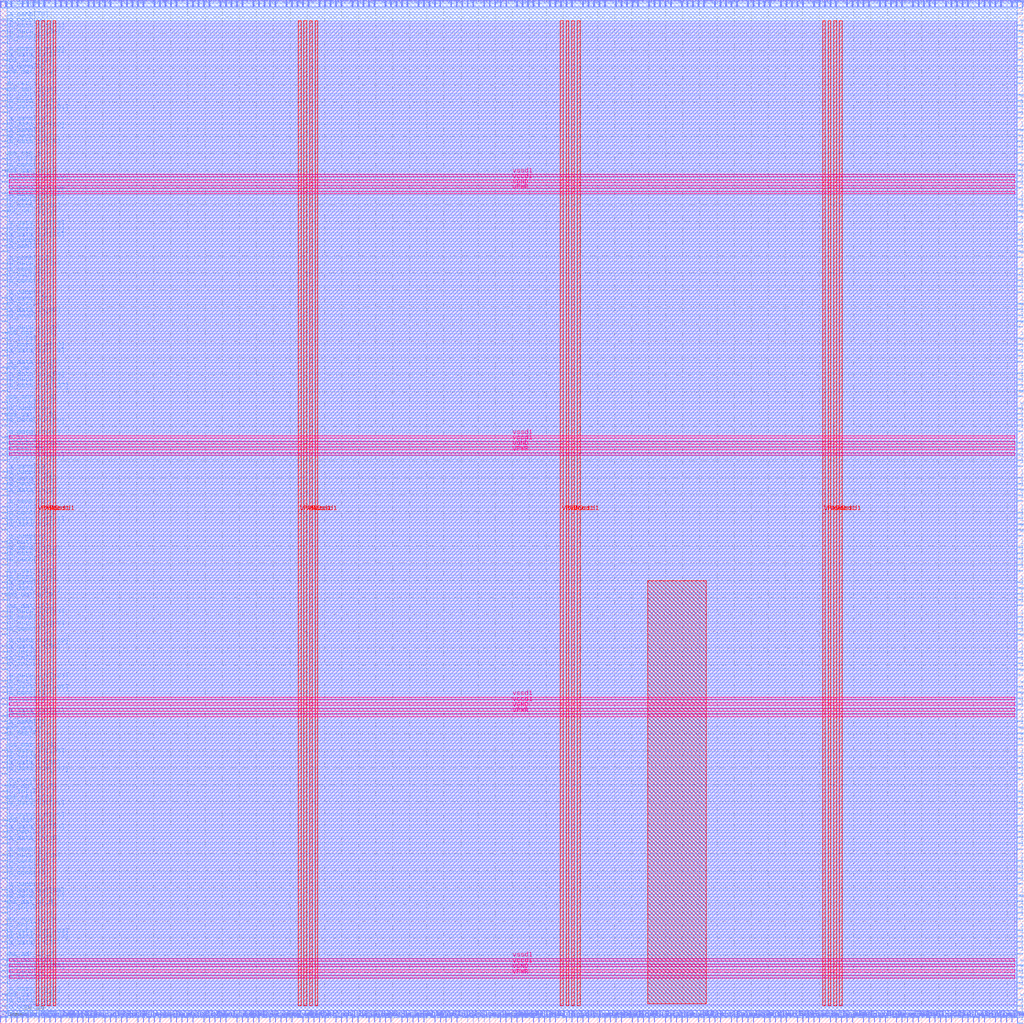
<source format=lef>
VERSION 5.7 ;
  NOWIREEXTENSIONATPIN ON ;
  DIVIDERCHAR "/" ;
  BUSBITCHARS "[]" ;
MACRO SPM_example
  CLASS BLOCK ;
  FOREIGN SPM_example ;
  ORIGIN 0.000 0.000 ;
  SIZE 600.000 BY 600.000 ;
  PIN VGND
    DIRECTION INOUT ;
    USE GROUND ;
    PORT
      LAYER met4 ;
        RECT 24.340 10.640 25.940 587.760 ;
    END
    PORT
      LAYER met4 ;
        RECT 177.940 10.640 179.540 587.760 ;
    END
    PORT
      LAYER met4 ;
        RECT 331.540 10.640 333.140 587.760 ;
    END
    PORT
      LAYER met4 ;
        RECT 485.140 10.640 486.740 587.760 ;
    END
    PORT
      LAYER met5 ;
        RECT 5.280 30.030 594.560 31.630 ;
    END
    PORT
      LAYER met5 ;
        RECT 5.280 183.210 594.560 184.810 ;
    END
    PORT
      LAYER met5 ;
        RECT 5.280 336.390 594.560 337.990 ;
    END
    PORT
      LAYER met5 ;
        RECT 5.280 489.570 594.560 491.170 ;
    END
  END VGND
  PIN VPWR
    DIRECTION INOUT ;
    USE POWER ;
    PORT
      LAYER met4 ;
        RECT 21.040 10.640 22.640 587.760 ;
    END
    PORT
      LAYER met4 ;
        RECT 174.640 10.640 176.240 587.760 ;
    END
    PORT
      LAYER met4 ;
        RECT 328.240 10.640 329.840 587.760 ;
    END
    PORT
      LAYER met4 ;
        RECT 481.840 10.640 483.440 587.760 ;
    END
    PORT
      LAYER met5 ;
        RECT 5.280 26.730 594.560 28.330 ;
    END
    PORT
      LAYER met5 ;
        RECT 5.280 179.910 594.560 181.510 ;
    END
    PORT
      LAYER met5 ;
        RECT 5.280 333.090 594.560 334.690 ;
    END
    PORT
      LAYER met5 ;
        RECT 5.280 486.270 594.560 487.870 ;
    END
  END VPWR
  PIN io_in[0]
    DIRECTION INPUT ;
    USE SIGNAL ;
    PORT
      LAYER met2 ;
        RECT 573.250 1.000 573.530 4.000 ;
    END
  END io_in[0]
  PIN io_in[10]
    DIRECTION INPUT ;
    USE SIGNAL ;
    PORT
      LAYER met2 ;
        RECT 32.290 1.000 32.570 4.000 ;
    END
  END io_in[10]
  PIN io_in[11]
    DIRECTION INPUT ;
    USE SIGNAL ;
    PORT
      LAYER met3 ;
        RECT 596.000 258.440 599.000 259.040 ;
    END
  END io_in[11]
  PIN io_in[12]
    DIRECTION INPUT ;
    USE SIGNAL ;
    PORT
      LAYER met3 ;
        RECT 1.000 132.640 4.000 133.240 ;
    END
  END io_in[12]
  PIN io_in[13]
    DIRECTION INPUT ;
    USE SIGNAL ;
    PORT
      LAYER met2 ;
        RECT 206.170 596.000 206.450 599.000 ;
    END
  END io_in[13]
  PIN io_in[14]
    DIRECTION INPUT ;
    USE SIGNAL ;
    PORT
      LAYER met3 ;
        RECT 596.000 391.040 599.000 391.640 ;
    END
  END io_in[14]
  PIN io_in[15]
    DIRECTION INPUT ;
    USE SIGNAL ;
    PORT
      LAYER met2 ;
        RECT 173.970 596.000 174.250 599.000 ;
    END
  END io_in[15]
  PIN io_in[16]
    DIRECTION INPUT ;
    USE SIGNAL ;
    PORT
      LAYER met3 ;
        RECT 1.000 64.640 4.000 65.240 ;
    END
  END io_in[16]
  PIN io_in[17]
    DIRECTION INPUT ;
    USE SIGNAL ;
    PORT
      LAYER met3 ;
        RECT 596.000 574.640 599.000 575.240 ;
    END
  END io_in[17]
  PIN io_in[18]
    DIRECTION INPUT ;
    USE SIGNAL ;
    PORT
      LAYER met3 ;
        RECT 1.000 207.440 4.000 208.040 ;
    END
  END io_in[18]
  PIN io_in[19]
    DIRECTION INPUT ;
    USE SIGNAL ;
    PORT
      LAYER met2 ;
        RECT 225.490 596.000 225.770 599.000 ;
    END
  END io_in[19]
  PIN io_in[1]
    DIRECTION INPUT ;
    USE SIGNAL ;
    PORT
      LAYER met2 ;
        RECT 51.610 1.000 51.890 4.000 ;
    END
  END io_in[1]
  PIN io_in[20]
    DIRECTION INPUT ;
    USE SIGNAL ;
    PORT
      LAYER met2 ;
        RECT 154.650 596.000 154.930 599.000 ;
    END
  END io_in[20]
  PIN io_in[21]
    DIRECTION INPUT ;
    USE SIGNAL ;
    PORT
      LAYER met2 ;
        RECT 186.850 596.000 187.130 599.000 ;
    END
  END io_in[21]
  PIN io_in[22]
    DIRECTION INPUT ;
    USE SIGNAL ;
    PORT
      LAYER met3 ;
        RECT 1.000 54.440 4.000 55.040 ;
    END
  END io_in[22]
  PIN io_in[23]
    DIRECTION INPUT ;
    USE SIGNAL ;
    PORT
      LAYER met3 ;
        RECT 1.000 153.040 4.000 153.640 ;
    END
  END io_in[23]
  PIN io_in[24]
    DIRECTION INPUT ;
    USE SIGNAL ;
    PORT
      LAYER met3 ;
        RECT 596.000 442.040 599.000 442.640 ;
    END
  END io_in[24]
  PIN io_in[25]
    DIRECTION INPUT ;
    USE SIGNAL ;
    PORT
      LAYER met2 ;
        RECT 25.850 596.000 26.130 599.000 ;
    END
  END io_in[25]
  PIN io_in[26]
    DIRECTION INPUT ;
    USE SIGNAL ;
    PORT
      LAYER met2 ;
        RECT 380.050 596.000 380.330 599.000 ;
    END
  END io_in[26]
  PIN io_in[27]
    DIRECTION INPUT ;
    USE SIGNAL ;
    PORT
      LAYER met2 ;
        RECT 167.530 596.000 167.810 599.000 ;
    END
  END io_in[27]
  PIN io_in[28]
    DIRECTION INPUT ;
    USE SIGNAL ;
    PORT
      LAYER met3 ;
        RECT 1.000 23.840 4.000 24.440 ;
    END
  END io_in[28]
  PIN io_in[29]
    DIRECTION INPUT ;
    USE SIGNAL ;
    PORT
      LAYER met2 ;
        RECT 273.790 596.000 274.070 599.000 ;
    END
  END io_in[29]
  PIN io_in[2]
    DIRECTION INPUT ;
    USE SIGNAL ;
    PORT
      LAYER met3 ;
        RECT 1.000 503.240 4.000 503.840 ;
    END
  END io_in[2]
  PIN io_in[30]
    DIRECTION INPUT ;
    USE SIGNAL ;
    PORT
      LAYER met2 ;
        RECT 248.030 1.000 248.310 4.000 ;
    END
  END io_in[30]
  PIN io_in[31]
    DIRECTION INPUT ;
    USE SIGNAL ;
    PORT
      LAYER met3 ;
        RECT 1.000 176.840 4.000 177.440 ;
    END
  END io_in[31]
  PIN io_in[32]
    DIRECTION INPUT ;
    USE SIGNAL ;
    PORT
      LAYER met2 ;
        RECT 409.030 596.000 409.310 599.000 ;
    END
  END io_in[32]
  PIN io_in[33]
    DIRECTION INPUT ;
    USE SIGNAL ;
    PORT
      LAYER met2 ;
        RECT 351.070 596.000 351.350 599.000 ;
    END
  END io_in[33]
  PIN io_in[34]
    DIRECTION INPUT ;
    USE SIGNAL ;
    PORT
      LAYER met2 ;
        RECT 177.190 1.000 177.470 4.000 ;
    END
  END io_in[34]
  PIN io_in[35]
    DIRECTION INPUT ;
    USE SIGNAL ;
    PORT
      LAYER met3 ;
        RECT 596.000 394.440 599.000 395.040 ;
    END
  END io_in[35]
  PIN io_in[36]
    DIRECTION INPUT ;
    USE SIGNAL ;
    PORT
      LAYER met3 ;
        RECT 1.000 210.840 4.000 211.440 ;
    END
  END io_in[36]
  PIN io_in[37]
    DIRECTION INPUT ;
    USE SIGNAL ;
    PORT
      LAYER met2 ;
        RECT 544.270 1.000 544.550 4.000 ;
    END
  END io_in[37]
  PIN io_in[3]
    DIRECTION INPUT ;
    USE SIGNAL ;
    PORT
      LAYER met3 ;
        RECT 1.000 214.240 4.000 214.840 ;
    END
  END io_in[3]
  PIN io_in[4]
    DIRECTION INPUT ;
    USE SIGNAL ;
    PORT
      LAYER met2 ;
        RECT 566.810 596.000 567.090 599.000 ;
    END
  END io_in[4]
  PIN io_in[5]
    DIRECTION INPUT ;
    USE SIGNAL ;
    PORT
      LAYER met3 ;
        RECT 596.000 64.640 599.000 65.240 ;
    END
  END io_in[5]
  PIN io_in[6]
    DIRECTION INPUT ;
    USE SIGNAL ;
    PORT
      LAYER met3 ;
        RECT 596.000 350.240 599.000 350.840 ;
    END
  END io_in[6]
  PIN io_in[7]
    DIRECTION INPUT ;
    USE SIGNAL ;
    PORT
      LAYER met3 ;
        RECT 1.000 340.040 4.000 340.640 ;
    END
  END io_in[7]
  PIN io_in[8]
    DIRECTION INPUT ;
    USE SIGNAL ;
    PORT
      LAYER met2 ;
        RECT 289.890 596.000 290.170 599.000 ;
    END
  END io_in[8]
  PIN io_in[9]
    DIRECTION INPUT ;
    USE SIGNAL ;
    PORT
      LAYER met3 ;
        RECT 1.000 397.840 4.000 398.440 ;
    END
  END io_in[9]
  PIN io_oeb[0]
    DIRECTION OUTPUT TRISTATE ;
    USE SIGNAL ;
    PORT
      LAYER met3 ;
        RECT 596.000 207.440 599.000 208.040 ;
    END
  END io_oeb[0]
  PIN io_oeb[10]
    DIRECTION OUTPUT TRISTATE ;
    USE SIGNAL ;
    PORT
      LAYER met3 ;
        RECT 596.000 193.840 599.000 194.440 ;
    END
  END io_oeb[10]
  PIN io_oeb[11]
    DIRECTION OUTPUT TRISTATE ;
    USE SIGNAL ;
    PORT
      LAYER met2 ;
        RECT 360.730 596.000 361.010 599.000 ;
    END
  END io_oeb[11]
  PIN io_oeb[12]
    DIRECTION OUTPUT TRISTATE ;
    USE SIGNAL ;
    PORT
      LAYER met2 ;
        RECT 212.610 596.000 212.890 599.000 ;
    END
  END io_oeb[12]
  PIN io_oeb[13]
    DIRECTION OUTPUT TRISTATE ;
    USE SIGNAL ;
    PORT
      LAYER met2 ;
        RECT 434.790 1.000 435.070 4.000 ;
    END
  END io_oeb[13]
  PIN io_oeb[14]
    DIRECTION OUTPUT TRISTATE ;
    USE SIGNAL ;
    PORT
      LAYER met2 ;
        RECT 109.570 596.000 109.850 599.000 ;
    END
  END io_oeb[14]
  PIN io_oeb[15]
    DIRECTION OUTPUT TRISTATE ;
    USE SIGNAL ;
    PORT
      LAYER met3 ;
        RECT 596.000 210.840 599.000 211.440 ;
    END
  END io_oeb[15]
  PIN io_oeb[16]
    DIRECTION OUTPUT TRISTATE ;
    USE SIGNAL ;
    PORT
      LAYER met2 ;
        RECT 399.370 1.000 399.650 4.000 ;
    END
  END io_oeb[16]
  PIN io_oeb[17]
    DIRECTION OUTPUT TRISTATE ;
    USE SIGNAL ;
    PORT
      LAYER met2 ;
        RECT 6.530 596.000 6.810 599.000 ;
    END
  END io_oeb[17]
  PIN io_oeb[18]
    DIRECTION OUTPUT TRISTATE ;
    USE SIGNAL ;
    PORT
      LAYER met2 ;
        RECT 19.410 596.000 19.690 599.000 ;
    END
  END io_oeb[18]
  PIN io_oeb[19]
    DIRECTION OUTPUT TRISTATE ;
    USE SIGNAL ;
    PORT
      LAYER met3 ;
        RECT 1.000 187.040 4.000 187.640 ;
    END
  END io_oeb[19]
  PIN io_oeb[1]
    DIRECTION OUTPUT TRISTATE ;
    USE SIGNAL ;
    PORT
      LAYER met2 ;
        RECT 396.150 1.000 396.430 4.000 ;
    END
  END io_oeb[1]
  PIN io_oeb[20]
    DIRECTION OUTPUT TRISTATE ;
    USE SIGNAL ;
    PORT
      LAYER met2 ;
        RECT 112.790 596.000 113.070 599.000 ;
    END
  END io_oeb[20]
  PIN io_oeb[21]
    DIRECTION OUTPUT TRISTATE ;
    USE SIGNAL ;
    PORT
      LAYER met2 ;
        RECT 412.250 596.000 412.530 599.000 ;
    END
  END io_oeb[21]
  PIN io_oeb[22]
    DIRECTION OUTPUT TRISTATE ;
    USE SIGNAL ;
    PORT
      LAYER met3 ;
        RECT 1.000 108.840 4.000 109.440 ;
    END
  END io_oeb[22]
  PIN io_oeb[23]
    DIRECTION OUTPUT TRISTATE ;
    USE SIGNAL ;
    PORT
      LAYER met3 ;
        RECT 596.000 238.040 599.000 238.640 ;
    END
  END io_oeb[23]
  PIN io_oeb[24]
    DIRECTION OUTPUT TRISTATE ;
    USE SIGNAL ;
    PORT
      LAYER met3 ;
        RECT 596.000 595.040 599.000 595.640 ;
    END
  END io_oeb[24]
  PIN io_oeb[25]
    DIRECTION OUTPUT TRISTATE ;
    USE SIGNAL ;
    PORT
      LAYER met3 ;
        RECT 1.000 479.440 4.000 480.040 ;
    END
  END io_oeb[25]
  PIN io_oeb[26]
    DIRECTION OUTPUT TRISTATE ;
    USE SIGNAL ;
    PORT
      LAYER met2 ;
        RECT 74.150 596.000 74.430 599.000 ;
    END
  END io_oeb[26]
  PIN io_oeb[27]
    DIRECTION OUTPUT TRISTATE ;
    USE SIGNAL ;
    PORT
      LAYER met3 ;
        RECT 1.000 6.840 4.000 7.440 ;
    END
  END io_oeb[27]
  PIN io_oeb[28]
    DIRECTION OUTPUT TRISTATE ;
    USE SIGNAL ;
    PORT
      LAYER met2 ;
        RECT 367.170 596.000 367.450 599.000 ;
    END
  END io_oeb[28]
  PIN io_oeb[29]
    DIRECTION OUTPUT TRISTATE ;
    USE SIGNAL ;
    PORT
      LAYER met3 ;
        RECT 596.000 438.640 599.000 439.240 ;
    END
  END io_oeb[29]
  PIN io_oeb[2]
    DIRECTION OUTPUT TRISTATE ;
    USE SIGNAL ;
    PORT
      LAYER met3 ;
        RECT 596.000 516.840 599.000 517.440 ;
    END
  END io_oeb[2]
  PIN io_oeb[30]
    DIRECTION OUTPUT TRISTATE ;
    USE SIGNAL ;
    PORT
      LAYER met2 ;
        RECT 363.950 1.000 364.230 4.000 ;
    END
  END io_oeb[30]
  PIN io_oeb[31]
    DIRECTION OUTPUT TRISTATE ;
    USE SIGNAL ;
    PORT
      LAYER met3 ;
        RECT 1.000 540.640 4.000 541.240 ;
    END
  END io_oeb[31]
  PIN io_oeb[32]
    DIRECTION OUTPUT TRISTATE ;
    USE SIGNAL ;
    PORT
      LAYER met2 ;
        RECT 80.590 596.000 80.870 599.000 ;
    END
  END io_oeb[32]
  PIN io_oeb[33]
    DIRECTION OUTPUT TRISTATE ;
    USE SIGNAL ;
    PORT
      LAYER met2 ;
        RECT 32.290 596.000 32.570 599.000 ;
    END
  END io_oeb[33]
  PIN io_oeb[34]
    DIRECTION OUTPUT TRISTATE ;
    USE SIGNAL ;
    PORT
      LAYER met2 ;
        RECT 116.010 596.000 116.290 599.000 ;
    END
  END io_oeb[34]
  PIN io_oeb[35]
    DIRECTION OUTPUT TRISTATE ;
    USE SIGNAL ;
    PORT
      LAYER met3 ;
        RECT 1.000 333.240 4.000 333.840 ;
    END
  END io_oeb[35]
  PIN io_oeb[36]
    DIRECTION OUTPUT TRISTATE ;
    USE SIGNAL ;
    PORT
      LAYER met2 ;
        RECT 260.910 1.000 261.190 4.000 ;
    END
  END io_oeb[36]
  PIN io_oeb[37]
    DIRECTION OUTPUT TRISTATE ;
    USE SIGNAL ;
    PORT
      LAYER met3 ;
        RECT 1.000 452.240 4.000 452.840 ;
    END
  END io_oeb[37]
  PIN io_oeb[3]
    DIRECTION OUTPUT TRISTATE ;
    USE SIGNAL ;
    PORT
      LAYER met2 ;
        RECT 460.550 596.000 460.830 599.000 ;
    END
  END io_oeb[3]
  PIN io_oeb[4]
    DIRECTION OUTPUT TRISTATE ;
    USE SIGNAL ;
    PORT
      LAYER met2 ;
        RECT 296.330 1.000 296.610 4.000 ;
    END
  END io_oeb[4]
  PIN io_oeb[5]
    DIRECTION OUTPUT TRISTATE ;
    USE SIGNAL ;
    PORT
      LAYER met3 ;
        RECT 1.000 166.640 4.000 167.240 ;
    END
  END io_oeb[5]
  PIN io_oeb[6]
    DIRECTION OUTPUT TRISTATE ;
    USE SIGNAL ;
    PORT
      LAYER met2 ;
        RECT 431.570 596.000 431.850 599.000 ;
    END
  END io_oeb[6]
  PIN io_oeb[7]
    DIRECTION OUTPUT TRISTATE ;
    USE SIGNAL ;
    PORT
      LAYER met2 ;
        RECT 579.690 596.000 579.970 599.000 ;
    END
  END io_oeb[7]
  PIN io_oeb[8]
    DIRECTION OUTPUT TRISTATE ;
    USE SIGNAL ;
    PORT
      LAYER met3 ;
        RECT 1.000 435.240 4.000 435.840 ;
    END
  END io_oeb[8]
  PIN io_oeb[9]
    DIRECTION OUTPUT TRISTATE ;
    USE SIGNAL ;
    PORT
      LAYER met2 ;
        RECT 64.490 596.000 64.770 599.000 ;
    END
  END io_oeb[9]
  PIN io_out[0]
    DIRECTION OUTPUT TRISTATE ;
    USE SIGNAL ;
    PORT
      LAYER met2 ;
        RECT 0.090 596.000 0.370 599.000 ;
    END
  END io_out[0]
  PIN io_out[10]
    DIRECTION OUTPUT TRISTATE ;
    USE SIGNAL ;
    PORT
      LAYER met2 ;
        RECT 563.590 596.000 563.870 599.000 ;
    END
  END io_out[10]
  PIN io_out[11]
    DIRECTION OUTPUT TRISTATE ;
    USE SIGNAL ;
    PORT
      LAYER met3 ;
        RECT 1.000 278.840 4.000 279.440 ;
    END
  END io_out[11]
  PIN io_out[12]
    DIRECTION OUTPUT TRISTATE ;
    USE SIGNAL ;
    PORT
      LAYER met3 ;
        RECT 596.000 557.640 599.000 558.240 ;
    END
  END io_out[12]
  PIN io_out[13]
    DIRECTION OUTPUT TRISTATE ;
    USE SIGNAL ;
    PORT
      LAYER met3 ;
        RECT 1.000 197.240 4.000 197.840 ;
    END
  END io_out[13]
  PIN io_out[14]
    DIRECTION OUTPUT TRISTATE ;
    USE SIGNAL ;
    PORT
      LAYER met2 ;
        RECT 74.150 1.000 74.430 4.000 ;
    END
  END io_out[14]
  PIN io_out[15]
    DIRECTION OUTPUT TRISTATE ;
    USE SIGNAL ;
    PORT
      LAYER met3 ;
        RECT 596.000 462.440 599.000 463.040 ;
    END
  END io_out[15]
  PIN io_out[16]
    DIRECTION OUTPUT TRISTATE ;
    USE SIGNAL ;
    PORT
      LAYER met3 ;
        RECT 596.000 129.240 599.000 129.840 ;
    END
  END io_out[16]
  PIN io_out[17]
    DIRECTION OUTPUT TRISTATE ;
    USE SIGNAL ;
    PORT
      LAYER met3 ;
        RECT 596.000 387.640 599.000 388.240 ;
    END
  END io_out[17]
  PIN io_out[18]
    DIRECTION OUTPUT TRISTATE ;
    USE SIGNAL ;
    PORT
      LAYER met3 ;
        RECT 596.000 537.240 599.000 537.840 ;
    END
  END io_out[18]
  PIN io_out[19]
    DIRECTION OUTPUT TRISTATE ;
    USE SIGNAL ;
    PORT
      LAYER met3 ;
        RECT 596.000 469.240 599.000 469.840 ;
    END
  END io_out[19]
  PIN io_out[1]
    DIRECTION OUTPUT TRISTATE ;
    USE SIGNAL ;
    PORT
      LAYER met2 ;
        RECT 67.710 1.000 67.990 4.000 ;
    END
  END io_out[1]
  PIN io_out[20]
    DIRECTION OUTPUT TRISTATE ;
    USE SIGNAL ;
    PORT
      LAYER met2 ;
        RECT 450.890 1.000 451.170 4.000 ;
    END
  END io_out[20]
  PIN io_out[21]
    DIRECTION OUTPUT TRISTATE ;
    USE SIGNAL ;
    PORT
      LAYER met3 ;
        RECT 1.000 595.040 4.000 595.640 ;
    END
  END io_out[21]
  PIN io_out[22]
    DIRECTION OUTPUT TRISTATE ;
    USE SIGNAL ;
    PORT
      LAYER met2 ;
        RECT 557.150 1.000 557.430 4.000 ;
    END
  END io_out[22]
  PIN io_out[23]
    DIRECTION OUTPUT TRISTATE ;
    USE SIGNAL ;
    PORT
      LAYER met2 ;
        RECT 325.310 1.000 325.590 4.000 ;
    END
  END io_out[23]
  PIN io_out[24]
    DIRECTION OUTPUT TRISTATE ;
    USE SIGNAL ;
    PORT
      LAYER met3 ;
        RECT 596.000 54.440 599.000 55.040 ;
    END
  END io_out[24]
  PIN io_out[25]
    DIRECTION OUTPUT TRISTATE ;
    USE SIGNAL ;
    PORT
      LAYER met3 ;
        RECT 1.000 418.240 4.000 418.840 ;
    END
  END io_out[25]
  PIN io_out[26]
    DIRECTION OUTPUT TRISTATE ;
    USE SIGNAL ;
    PORT
      LAYER met2 ;
        RECT 122.450 596.000 122.730 599.000 ;
    END
  END io_out[26]
  PIN io_out[27]
    DIRECTION OUTPUT TRISTATE ;
    USE SIGNAL ;
    PORT
      LAYER met2 ;
        RECT 589.350 1.000 589.630 4.000 ;
    END
  END io_out[27]
  PIN io_out[28]
    DIRECTION OUTPUT TRISTATE ;
    USE SIGNAL ;
    PORT
      LAYER met3 ;
        RECT 596.000 329.840 599.000 330.440 ;
    END
  END io_out[28]
  PIN io_out[29]
    DIRECTION OUTPUT TRISTATE ;
    USE SIGNAL ;
    PORT
      LAYER met2 ;
        RECT 138.550 1.000 138.830 4.000 ;
    END
  END io_out[29]
  PIN io_out[2]
    DIRECTION OUTPUT TRISTATE ;
    USE SIGNAL ;
    PORT
      LAYER met2 ;
        RECT 576.470 596.000 576.750 599.000 ;
    END
  END io_out[2]
  PIN io_out[30]
    DIRECTION OUTPUT TRISTATE ;
    USE SIGNAL ;
    PORT
      LAYER met2 ;
        RECT 183.630 1.000 183.910 4.000 ;
    END
  END io_out[30]
  PIN io_out[31]
    DIRECTION OUTPUT TRISTATE ;
    USE SIGNAL ;
    PORT
      LAYER met3 ;
        RECT 596.000 530.440 599.000 531.040 ;
    END
  END io_out[31]
  PIN io_out[32]
    DIRECTION OUTPUT TRISTATE ;
    USE SIGNAL ;
    PORT
      LAYER met2 ;
        RECT 531.390 1.000 531.670 4.000 ;
    END
  END io_out[32]
  PIN io_out[33]
    DIRECTION OUTPUT TRISTATE ;
    USE SIGNAL ;
    PORT
      LAYER met3 ;
        RECT 596.000 452.240 599.000 452.840 ;
    END
  END io_out[33]
  PIN io_out[34]
    DIRECTION OUTPUT TRISTATE ;
    USE SIGNAL ;
    PORT
      LAYER met2 ;
        RECT 595.790 596.000 596.070 599.000 ;
    END
  END io_out[34]
  PIN io_out[35]
    DIRECTION OUTPUT TRISTATE ;
    USE SIGNAL ;
    PORT
      LAYER met3 ;
        RECT 596.000 401.240 599.000 401.840 ;
    END
  END io_out[35]
  PIN io_out[36]
    DIRECTION OUTPUT TRISTATE ;
    USE SIGNAL ;
    PORT
      LAYER met2 ;
        RECT 119.230 596.000 119.510 599.000 ;
    END
  END io_out[36]
  PIN io_out[37]
    DIRECTION OUTPUT TRISTATE ;
    USE SIGNAL ;
    PORT
      LAYER met2 ;
        RECT 528.170 1.000 528.450 4.000 ;
    END
  END io_out[37]
  PIN io_out[3]
    DIRECTION OUTPUT TRISTATE ;
    USE SIGNAL ;
    PORT
      LAYER met3 ;
        RECT 1.000 299.240 4.000 299.840 ;
    END
  END io_out[3]
  PIN io_out[4]
    DIRECTION OUTPUT TRISTATE ;
    USE SIGNAL ;
    PORT
      LAYER met3 ;
        RECT 596.000 47.640 599.000 48.240 ;
    END
  END io_out[4]
  PIN io_out[5]
    DIRECTION OUTPUT TRISTATE ;
    USE SIGNAL ;
    PORT
      LAYER met3 ;
        RECT 596.000 370.640 599.000 371.240 ;
    END
  END io_out[5]
  PIN io_out[6]
    DIRECTION OUTPUT TRISTATE ;
    USE SIGNAL ;
    PORT
      LAYER met2 ;
        RECT 305.990 596.000 306.270 599.000 ;
    END
  END io_out[6]
  PIN io_out[7]
    DIRECTION OUTPUT TRISTATE ;
    USE SIGNAL ;
    PORT
      LAYER met3 ;
        RECT 1.000 139.440 4.000 140.040 ;
    END
  END io_out[7]
  PIN io_out[8]
    DIRECTION OUTPUT TRISTATE ;
    USE SIGNAL ;
    PORT
      LAYER met2 ;
        RECT 248.030 596.000 248.310 599.000 ;
    END
  END io_out[8]
  PIN io_out[9]
    DIRECTION OUTPUT TRISTATE ;
    USE SIGNAL ;
    PORT
      LAYER met3 ;
        RECT 1.000 598.440 4.000 599.040 ;
    END
  END io_out[9]
  PIN irq[0]
    DIRECTION OUTPUT TRISTATE ;
    USE SIGNAL ;
    PORT
      LAYER met2 ;
        RECT 186.850 1.000 187.130 4.000 ;
    END
  END irq[0]
  PIN irq[1]
    DIRECTION OUTPUT TRISTATE ;
    USE SIGNAL ;
    PORT
      LAYER met3 ;
        RECT 596.000 234.640 599.000 235.240 ;
    END
  END irq[1]
  PIN irq[2]
    DIRECTION OUTPUT TRISTATE ;
    USE SIGNAL ;
    PORT
      LAYER met2 ;
        RECT 476.650 596.000 476.930 599.000 ;
    END
  END irq[2]
  PIN la_data_in[0]
    DIRECTION INPUT ;
    USE SIGNAL ;
    PORT
      LAYER met3 ;
        RECT 596.000 299.240 599.000 299.840 ;
    END
  END la_data_in[0]
  PIN la_data_in[100]
    DIRECTION INPUT ;
    USE SIGNAL ;
    PORT
      LAYER met3 ;
        RECT 596.000 163.240 599.000 163.840 ;
    END
  END la_data_in[100]
  PIN la_data_in[101]
    DIRECTION INPUT ;
    USE SIGNAL ;
    PORT
      LAYER met2 ;
        RECT 267.350 596.000 267.630 599.000 ;
    END
  END la_data_in[101]
  PIN la_data_in[102]
    DIRECTION INPUT ;
    USE SIGNAL ;
    PORT
      LAYER met2 ;
        RECT 99.910 596.000 100.190 599.000 ;
    END
  END la_data_in[102]
  PIN la_data_in[103]
    DIRECTION INPUT ;
    USE SIGNAL ;
    PORT
      LAYER met3 ;
        RECT 596.000 550.840 599.000 551.440 ;
    END
  END la_data_in[103]
  PIN la_data_in[104]
    DIRECTION INPUT ;
    USE SIGNAL ;
    PORT
      LAYER met3 ;
        RECT 1.000 462.440 4.000 463.040 ;
    END
  END la_data_in[104]
  PIN la_data_in[105]
    DIRECTION INPUT ;
    USE SIGNAL ;
    PORT
      LAYER met3 ;
        RECT 596.000 374.040 599.000 374.640 ;
    END
  END la_data_in[105]
  PIN la_data_in[106]
    DIRECTION INPUT ;
    USE SIGNAL ;
    PORT
      LAYER met3 ;
        RECT 596.000 51.040 599.000 51.640 ;
    END
  END la_data_in[106]
  PIN la_data_in[107]
    DIRECTION INPUT ;
    USE SIGNAL ;
    PORT
      LAYER met2 ;
        RECT 328.530 596.000 328.810 599.000 ;
    END
  END la_data_in[107]
  PIN la_data_in[108]
    DIRECTION INPUT ;
    USE SIGNAL ;
    PORT
      LAYER met3 ;
        RECT 596.000 149.640 599.000 150.240 ;
    END
  END la_data_in[108]
  PIN la_data_in[109]
    DIRECTION INPUT ;
    USE SIGNAL ;
    PORT
      LAYER met2 ;
        RECT 428.350 596.000 428.630 599.000 ;
    END
  END la_data_in[109]
  PIN la_data_in[10]
    DIRECTION INPUT ;
    USE SIGNAL ;
    PORT
      LAYER met3 ;
        RECT 1.000 476.040 4.000 476.640 ;
    END
  END la_data_in[10]
  PIN la_data_in[110]
    DIRECTION INPUT ;
    USE SIGNAL ;
    PORT
      LAYER met2 ;
        RECT 16.190 1.000 16.470 4.000 ;
    END
  END la_data_in[110]
  PIN la_data_in[111]
    DIRECTION INPUT ;
    USE SIGNAL ;
    PORT
      LAYER met3 ;
        RECT 596.000 377.440 599.000 378.040 ;
    END
  END la_data_in[111]
  PIN la_data_in[112]
    DIRECTION INPUT ;
    USE SIGNAL ;
    PORT
      LAYER met3 ;
        RECT 1.000 482.840 4.000 483.440 ;
    END
  END la_data_in[112]
  PIN la_data_in[113]
    DIRECTION INPUT ;
    USE SIGNAL ;
    PORT
      LAYER met3 ;
        RECT 596.000 85.040 599.000 85.640 ;
    END
  END la_data_in[113]
  PIN la_data_in[114]
    DIRECTION INPUT ;
    USE SIGNAL ;
    PORT
      LAYER met2 ;
        RECT 444.450 596.000 444.730 599.000 ;
    END
  END la_data_in[114]
  PIN la_data_in[115]
    DIRECTION INPUT ;
    USE SIGNAL ;
    PORT
      LAYER met2 ;
        RECT 141.770 1.000 142.050 4.000 ;
    END
  END la_data_in[115]
  PIN la_data_in[116]
    DIRECTION INPUT ;
    USE SIGNAL ;
    PORT
      LAYER met2 ;
        RECT 257.690 1.000 257.970 4.000 ;
    END
  END la_data_in[116]
  PIN la_data_in[117]
    DIRECTION INPUT ;
    USE SIGNAL ;
    PORT
      LAYER met2 ;
        RECT 244.810 596.000 245.090 599.000 ;
    END
  END la_data_in[117]
  PIN la_data_in[118]
    DIRECTION INPUT ;
    USE SIGNAL ;
    PORT
      LAYER met2 ;
        RECT 483.090 596.000 483.370 599.000 ;
    END
  END la_data_in[118]
  PIN la_data_in[119]
    DIRECTION INPUT ;
    USE SIGNAL ;
    PORT
      LAYER met3 ;
        RECT 596.000 357.040 599.000 357.640 ;
    END
  END la_data_in[119]
  PIN la_data_in[11]
    DIRECTION INPUT ;
    USE SIGNAL ;
    PORT
      LAYER met3 ;
        RECT 1.000 442.040 4.000 442.640 ;
    END
  END la_data_in[11]
  PIN la_data_in[120]
    DIRECTION INPUT ;
    USE SIGNAL ;
    PORT
      LAYER met2 ;
        RECT 405.810 596.000 406.090 599.000 ;
    END
  END la_data_in[120]
  PIN la_data_in[121]
    DIRECTION INPUT ;
    USE SIGNAL ;
    PORT
      LAYER met2 ;
        RECT 570.030 1.000 570.310 4.000 ;
    END
  END la_data_in[121]
  PIN la_data_in[122]
    DIRECTION INPUT ;
    USE SIGNAL ;
    PORT
      LAYER met2 ;
        RECT 35.510 596.000 35.790 599.000 ;
    END
  END la_data_in[122]
  PIN la_data_in[123]
    DIRECTION INPUT ;
    USE SIGNAL ;
    PORT
      LAYER met2 ;
        RECT 595.790 1.000 596.070 4.000 ;
    END
  END la_data_in[123]
  PIN la_data_in[124]
    DIRECTION INPUT ;
    USE SIGNAL ;
    PORT
      LAYER met2 ;
        RECT 58.050 596.000 58.330 599.000 ;
    END
  END la_data_in[124]
  PIN la_data_in[125]
    DIRECTION INPUT ;
    USE SIGNAL ;
    PORT
      LAYER met3 ;
        RECT 1.000 156.440 4.000 157.040 ;
    END
  END la_data_in[125]
  PIN la_data_in[126]
    DIRECTION INPUT ;
    USE SIGNAL ;
    PORT
      LAYER met2 ;
        RECT 447.670 1.000 447.950 4.000 ;
    END
  END la_data_in[126]
  PIN la_data_in[127]
    DIRECTION INPUT ;
    USE SIGNAL ;
    PORT
      LAYER met3 ;
        RECT 1.000 329.840 4.000 330.440 ;
    END
  END la_data_in[127]
  PIN la_data_in[12]
    DIRECTION INPUT ;
    USE SIGNAL ;
    PORT
      LAYER met3 ;
        RECT 1.000 275.440 4.000 276.040 ;
    END
  END la_data_in[12]
  PIN la_data_in[13]
    DIRECTION INPUT ;
    USE SIGNAL ;
    PORT
      LAYER met2 ;
        RECT 518.510 1.000 518.790 4.000 ;
    END
  END la_data_in[13]
  PIN la_data_in[14]
    DIRECTION INPUT ;
    USE SIGNAL ;
    PORT
      LAYER met3 ;
        RECT 596.000 431.840 599.000 432.440 ;
    END
  END la_data_in[14]
  PIN la_data_in[15]
    DIRECTION INPUT ;
    USE SIGNAL ;
    PORT
      LAYER met3 ;
        RECT 1.000 95.240 4.000 95.840 ;
    END
  END la_data_in[15]
  PIN la_data_in[16]
    DIRECTION INPUT ;
    USE SIGNAL ;
    PORT
      LAYER met3 ;
        RECT 596.000 248.240 599.000 248.840 ;
    END
  END la_data_in[16]
  PIN la_data_in[17]
    DIRECTION INPUT ;
    USE SIGNAL ;
    PORT
      LAYER met3 ;
        RECT 1.000 251.640 4.000 252.240 ;
    END
  END la_data_in[17]
  PIN la_data_in[18]
    DIRECTION INPUT ;
    USE SIGNAL ;
    PORT
      LAYER met3 ;
        RECT 596.000 503.240 599.000 503.840 ;
    END
  END la_data_in[18]
  PIN la_data_in[19]
    DIRECTION INPUT ;
    USE SIGNAL ;
    PORT
      LAYER met2 ;
        RECT 457.330 596.000 457.610 599.000 ;
    END
  END la_data_in[19]
  PIN la_data_in[1]
    DIRECTION INPUT ;
    USE SIGNAL ;
    PORT
      LAYER met2 ;
        RECT 144.990 1.000 145.270 4.000 ;
    END
  END la_data_in[1]
  PIN la_data_in[20]
    DIRECTION INPUT ;
    USE SIGNAL ;
    PORT
      LAYER met2 ;
        RECT 16.190 596.000 16.470 599.000 ;
    END
  END la_data_in[20]
  PIN la_data_in[21]
    DIRECTION INPUT ;
    USE SIGNAL ;
    PORT
      LAYER met3 ;
        RECT 1.000 17.040 4.000 17.640 ;
    END
  END la_data_in[21]
  PIN la_data_in[22]
    DIRECTION INPUT ;
    USE SIGNAL ;
    PORT
      LAYER met2 ;
        RECT 389.710 1.000 389.990 4.000 ;
    END
  END la_data_in[22]
  PIN la_data_in[23]
    DIRECTION INPUT ;
    USE SIGNAL ;
    PORT
      LAYER met3 ;
        RECT 596.000 312.840 599.000 313.440 ;
    END
  END la_data_in[23]
  PIN la_data_in[24]
    DIRECTION INPUT ;
    USE SIGNAL ;
    PORT
      LAYER met3 ;
        RECT 596.000 108.840 599.000 109.440 ;
    END
  END la_data_in[24]
  PIN la_data_in[25]
    DIRECTION INPUT ;
    USE SIGNAL ;
    PORT
      LAYER met3 ;
        RECT 1.000 404.640 4.000 405.240 ;
    END
  END la_data_in[25]
  PIN la_data_in[26]
    DIRECTION INPUT ;
    USE SIGNAL ;
    PORT
      LAYER met3 ;
        RECT 596.000 479.440 599.000 480.040 ;
    END
  END la_data_in[26]
  PIN la_data_in[27]
    DIRECTION INPUT ;
    USE SIGNAL ;
    PORT
      LAYER met3 ;
        RECT 1.000 44.240 4.000 44.840 ;
    END
  END la_data_in[27]
  PIN la_data_in[28]
    DIRECTION INPUT ;
    USE SIGNAL ;
    PORT
      LAYER met3 ;
        RECT 596.000 353.640 599.000 354.240 ;
    END
  END la_data_in[28]
  PIN la_data_in[29]
    DIRECTION INPUT ;
    USE SIGNAL ;
    PORT
      LAYER met2 ;
        RECT 418.690 1.000 418.970 4.000 ;
    END
  END la_data_in[29]
  PIN la_data_in[2]
    DIRECTION INPUT ;
    USE SIGNAL ;
    PORT
      LAYER met2 ;
        RECT 466.990 1.000 467.270 4.000 ;
    END
  END la_data_in[2]
  PIN la_data_in[30]
    DIRECTION INPUT ;
    USE SIGNAL ;
    PORT
      LAYER met2 ;
        RECT 550.710 1.000 550.990 4.000 ;
    END
  END la_data_in[30]
  PIN la_data_in[31]
    DIRECTION INPUT ;
    USE SIGNAL ;
    PORT
      LAYER met2 ;
        RECT 219.050 596.000 219.330 599.000 ;
    END
  END la_data_in[31]
  PIN la_data_in[32]
    DIRECTION INPUT ;
    USE SIGNAL ;
    PORT
      LAYER met2 ;
        RECT 428.350 1.000 428.630 4.000 ;
    END
  END la_data_in[32]
  PIN la_data_in[33]
    DIRECTION INPUT ;
    USE SIGNAL ;
    PORT
      LAYER met2 ;
        RECT 241.590 1.000 241.870 4.000 ;
    END
  END la_data_in[33]
  PIN la_data_in[34]
    DIRECTION INPUT ;
    USE SIGNAL ;
    PORT
      LAYER met2 ;
        RECT 277.010 596.000 277.290 599.000 ;
    END
  END la_data_in[34]
  PIN la_data_in[35]
    DIRECTION INPUT ;
    USE SIGNAL ;
    PORT
      LAYER met3 ;
        RECT 1.000 513.440 4.000 514.040 ;
    END
  END la_data_in[35]
  PIN la_data_in[36]
    DIRECTION INPUT ;
    USE SIGNAL ;
    PORT
      LAYER met2 ;
        RECT 470.210 596.000 470.490 599.000 ;
    END
  END la_data_in[36]
  PIN la_data_in[37]
    DIRECTION INPUT ;
    USE SIGNAL ;
    PORT
      LAYER met2 ;
        RECT 582.910 596.000 583.190 599.000 ;
    END
  END la_data_in[37]
  PIN la_data_in[38]
    DIRECTION INPUT ;
    USE SIGNAL ;
    PORT
      LAYER met3 ;
        RECT 596.000 255.040 599.000 255.640 ;
    END
  END la_data_in[38]
  PIN la_data_in[39]
    DIRECTION INPUT ;
    USE SIGNAL ;
    PORT
      LAYER met2 ;
        RECT 9.750 1.000 10.030 4.000 ;
    END
  END la_data_in[39]
  PIN la_data_in[3]
    DIRECTION INPUT ;
    USE SIGNAL ;
    PORT
      LAYER met3 ;
        RECT 1.000 316.240 4.000 316.840 ;
    END
  END la_data_in[3]
  PIN la_data_in[40]
    DIRECTION INPUT ;
    USE SIGNAL ;
    PORT
      LAYER met2 ;
        RECT 119.230 1.000 119.510 4.000 ;
    END
  END la_data_in[40]
  PIN la_data_in[41]
    DIRECTION INPUT ;
    USE SIGNAL ;
    PORT
      LAYER met2 ;
        RECT 151.430 1.000 151.710 4.000 ;
    END
  END la_data_in[41]
  PIN la_data_in[42]
    DIRECTION INPUT ;
    USE SIGNAL ;
    PORT
      LAYER met3 ;
        RECT 596.000 268.640 599.000 269.240 ;
    END
  END la_data_in[42]
  PIN la_data_in[43]
    DIRECTION INPUT ;
    USE SIGNAL ;
    PORT
      LAYER met3 ;
        RECT 596.000 459.040 599.000 459.640 ;
    END
  END la_data_in[43]
  PIN la_data_in[44]
    DIRECTION INPUT ;
    USE SIGNAL ;
    PORT
      LAYER met2 ;
        RECT 199.730 596.000 200.010 599.000 ;
    END
  END la_data_in[44]
  PIN la_data_in[45]
    DIRECTION INPUT ;
    USE SIGNAL ;
    PORT
      LAYER met3 ;
        RECT 1.000 105.440 4.000 106.040 ;
    END
  END la_data_in[45]
  PIN la_data_in[46]
    DIRECTION INPUT ;
    USE SIGNAL ;
    PORT
      LAYER met3 ;
        RECT 1.000 336.640 4.000 337.240 ;
    END
  END la_data_in[46]
  PIN la_data_in[47]
    DIRECTION INPUT ;
    USE SIGNAL ;
    PORT
      LAYER met2 ;
        RECT 392.930 1.000 393.210 4.000 ;
    END
  END la_data_in[47]
  PIN la_data_in[48]
    DIRECTION INPUT ;
    USE SIGNAL ;
    PORT
      LAYER met2 ;
        RECT 425.130 596.000 425.410 599.000 ;
    END
  END la_data_in[48]
  PIN la_data_in[49]
    DIRECTION INPUT ;
    USE SIGNAL ;
    PORT
      LAYER met2 ;
        RECT 112.790 1.000 113.070 4.000 ;
    END
  END la_data_in[49]
  PIN la_data_in[4]
    DIRECTION INPUT ;
    USE SIGNAL ;
    PORT
      LAYER met2 ;
        RECT 202.950 1.000 203.230 4.000 ;
    END
  END la_data_in[4]
  PIN la_data_in[50]
    DIRECTION INPUT ;
    USE SIGNAL ;
    PORT
      LAYER met3 ;
        RECT 1.000 10.240 4.000 10.840 ;
    END
  END la_data_in[50]
  PIN la_data_in[51]
    DIRECTION INPUT ;
    USE SIGNAL ;
    PORT
      LAYER met2 ;
        RECT 12.970 596.000 13.250 599.000 ;
    END
  END la_data_in[51]
  PIN la_data_in[52]
    DIRECTION INPUT ;
    USE SIGNAL ;
    PORT
      LAYER met2 ;
        RECT 573.250 596.000 573.530 599.000 ;
    END
  END la_data_in[52]
  PIN la_data_in[53]
    DIRECTION INPUT ;
    USE SIGNAL ;
    PORT
      LAYER met3 ;
        RECT 596.000 105.440 599.000 106.040 ;
    END
  END la_data_in[53]
  PIN la_data_in[54]
    DIRECTION INPUT ;
    USE SIGNAL ;
    PORT
      LAYER met2 ;
        RECT 70.930 1.000 71.210 4.000 ;
    END
  END la_data_in[54]
  PIN la_data_in[55]
    DIRECTION INPUT ;
    USE SIGNAL ;
    PORT
      LAYER met2 ;
        RECT 277.010 1.000 277.290 4.000 ;
    END
  END la_data_in[55]
  PIN la_data_in[56]
    DIRECTION INPUT ;
    USE SIGNAL ;
    PORT
      LAYER met2 ;
        RECT 3.310 1.000 3.590 4.000 ;
    END
  END la_data_in[56]
  PIN la_data_in[57]
    DIRECTION INPUT ;
    USE SIGNAL ;
    PORT
      LAYER met2 ;
        RECT 438.010 1.000 438.290 4.000 ;
    END
  END la_data_in[57]
  PIN la_data_in[58]
    DIRECTION INPUT ;
    USE SIGNAL ;
    PORT
      LAYER met2 ;
        RECT 499.190 596.000 499.470 599.000 ;
    END
  END la_data_in[58]
  PIN la_data_in[59]
    DIRECTION INPUT ;
    USE SIGNAL ;
    PORT
      LAYER met2 ;
        RECT 512.070 1.000 512.350 4.000 ;
    END
  END la_data_in[59]
  PIN la_data_in[5]
    DIRECTION INPUT ;
    USE SIGNAL ;
    PORT
      LAYER met3 ;
        RECT 1.000 258.440 4.000 259.040 ;
    END
  END la_data_in[5]
  PIN la_data_in[60]
    DIRECTION INPUT ;
    USE SIGNAL ;
    PORT
      LAYER met2 ;
        RECT 51.610 596.000 51.890 599.000 ;
    END
  END la_data_in[60]
  PIN la_data_in[61]
    DIRECTION INPUT ;
    USE SIGNAL ;
    PORT
      LAYER met2 ;
        RECT 122.450 1.000 122.730 4.000 ;
    END
  END la_data_in[61]
  PIN la_data_in[62]
    DIRECTION INPUT ;
    USE SIGNAL ;
    PORT
      LAYER met3 ;
        RECT 596.000 136.040 599.000 136.640 ;
    END
  END la_data_in[62]
  PIN la_data_in[63]
    DIRECTION INPUT ;
    USE SIGNAL ;
    PORT
      LAYER met3 ;
        RECT 1.000 343.440 4.000 344.040 ;
    END
  END la_data_in[63]
  PIN la_data_in[64]
    DIRECTION INPUT ;
    USE SIGNAL ;
    PORT
      LAYER met3 ;
        RECT 596.000 564.440 599.000 565.040 ;
    END
  END la_data_in[64]
  PIN la_data_in[65]
    DIRECTION INPUT ;
    USE SIGNAL ;
    PORT
      LAYER met2 ;
        RECT 508.850 1.000 509.130 4.000 ;
    END
  END la_data_in[65]
  PIN la_data_in[66]
    DIRECTION INPUT ;
    USE SIGNAL ;
    PORT
      LAYER met3 ;
        RECT 1.000 578.040 4.000 578.640 ;
    END
  END la_data_in[66]
  PIN la_data_in[67]
    DIRECTION INPUT ;
    USE SIGNAL ;
    PORT
      LAYER met2 ;
        RECT 251.250 596.000 251.530 599.000 ;
    END
  END la_data_in[67]
  PIN la_data_in[68]
    DIRECTION INPUT ;
    USE SIGNAL ;
    PORT
      LAYER met3 ;
        RECT 1.000 149.640 4.000 150.240 ;
    END
  END la_data_in[68]
  PIN la_data_in[69]
    DIRECTION INPUT ;
    USE SIGNAL ;
    PORT
      LAYER met3 ;
        RECT 596.000 435.240 599.000 435.840 ;
    END
  END la_data_in[69]
  PIN la_data_in[6]
    DIRECTION INPUT ;
    USE SIGNAL ;
    PORT
      LAYER met3 ;
        RECT 596.000 231.240 599.000 231.840 ;
    END
  END la_data_in[6]
  PIN la_data_in[70]
    DIRECTION INPUT ;
    USE SIGNAL ;
    PORT
      LAYER met3 ;
        RECT 596.000 142.840 599.000 143.440 ;
    END
  END la_data_in[70]
  PIN la_data_in[71]
    DIRECTION INPUT ;
    USE SIGNAL ;
    PORT
      LAYER met3 ;
        RECT 596.000 102.040 599.000 102.640 ;
    END
  END la_data_in[71]
  PIN la_data_in[72]
    DIRECTION INPUT ;
    USE SIGNAL ;
    PORT
      LAYER met2 ;
        RECT 151.430 596.000 151.710 599.000 ;
    END
  END la_data_in[72]
  PIN la_data_in[73]
    DIRECTION INPUT ;
    USE SIGNAL ;
    PORT
      LAYER met2 ;
        RECT 582.910 1.000 583.190 4.000 ;
    END
  END la_data_in[73]
  PIN la_data_in[74]
    DIRECTION INPUT ;
    USE SIGNAL ;
    PORT
      LAYER met2 ;
        RECT 286.670 1.000 286.950 4.000 ;
    END
  END la_data_in[74]
  PIN la_data_in[75]
    DIRECTION INPUT ;
    USE SIGNAL ;
    PORT
      LAYER met2 ;
        RECT 228.710 1.000 228.990 4.000 ;
    END
  END la_data_in[75]
  PIN la_data_in[76]
    DIRECTION INPUT ;
    USE SIGNAL ;
    PORT
      LAYER met2 ;
        RECT 283.450 1.000 283.730 4.000 ;
    END
  END la_data_in[76]
  PIN la_data_in[77]
    DIRECTION INPUT ;
    USE SIGNAL ;
    PORT
      LAYER met3 ;
        RECT 596.000 380.840 599.000 381.440 ;
    END
  END la_data_in[77]
  PIN la_data_in[78]
    DIRECTION INPUT ;
    USE SIGNAL ;
    PORT
      LAYER met3 ;
        RECT 596.000 476.040 599.000 476.640 ;
    END
  END la_data_in[78]
  PIN la_data_in[79]
    DIRECTION INPUT ;
    USE SIGNAL ;
    PORT
      LAYER met3 ;
        RECT 596.000 156.440 599.000 157.040 ;
    END
  END la_data_in[79]
  PIN la_data_in[7]
    DIRECTION INPUT ;
    USE SIGNAL ;
    PORT
      LAYER met3 ;
        RECT 596.000 176.840 599.000 177.440 ;
    END
  END la_data_in[7]
  PIN la_data_in[80]
    DIRECTION INPUT ;
    USE SIGNAL ;
    PORT
      LAYER met2 ;
        RECT 479.870 1.000 480.150 4.000 ;
    END
  END la_data_in[80]
  PIN la_data_in[81]
    DIRECTION INPUT ;
    USE SIGNAL ;
    PORT
      LAYER met3 ;
        RECT 596.000 183.640 599.000 184.240 ;
    END
  END la_data_in[81]
  PIN la_data_in[82]
    DIRECTION INPUT ;
    USE SIGNAL ;
    PORT
      LAYER met3 ;
        RECT 1.000 272.040 4.000 272.640 ;
    END
  END la_data_in[82]
  PIN la_data_in[83]
    DIRECTION INPUT ;
    USE SIGNAL ;
    PORT
      LAYER met2 ;
        RECT 502.410 596.000 502.690 599.000 ;
    END
  END la_data_in[83]
  PIN la_data_in[84]
    DIRECTION INPUT ;
    USE SIGNAL ;
    PORT
      LAYER met3 ;
        RECT 1.000 3.440 4.000 4.040 ;
    END
  END la_data_in[84]
  PIN la_data_in[85]
    DIRECTION INPUT ;
    USE SIGNAL ;
    PORT
      LAYER met2 ;
        RECT 238.370 596.000 238.650 599.000 ;
    END
  END la_data_in[85]
  PIN la_data_in[86]
    DIRECTION INPUT ;
    USE SIGNAL ;
    PORT
      LAYER met3 ;
        RECT 596.000 421.640 599.000 422.240 ;
    END
  END la_data_in[86]
  PIN la_data_in[87]
    DIRECTION INPUT ;
    USE SIGNAL ;
    PORT
      LAYER met3 ;
        RECT 1.000 309.440 4.000 310.040 ;
    END
  END la_data_in[87]
  PIN la_data_in[88]
    DIRECTION INPUT ;
    USE SIGNAL ;
    PORT
      LAYER met3 ;
        RECT 1.000 374.040 4.000 374.640 ;
    END
  END la_data_in[88]
  PIN la_data_in[89]
    DIRECTION INPUT ;
    USE SIGNAL ;
    PORT
      LAYER met2 ;
        RECT 209.390 596.000 209.670 599.000 ;
    END
  END la_data_in[89]
  PIN la_data_in[8]
    DIRECTION INPUT ;
    USE SIGNAL ;
    PORT
      LAYER met2 ;
        RECT 141.770 596.000 142.050 599.000 ;
    END
  END la_data_in[8]
  PIN la_data_in[90]
    DIRECTION INPUT ;
    USE SIGNAL ;
    PORT
      LAYER met2 ;
        RECT 347.850 596.000 348.130 599.000 ;
    END
  END la_data_in[90]
  PIN la_data_in[91]
    DIRECTION INPUT ;
    USE SIGNAL ;
    PORT
      LAYER met2 ;
        RECT 22.630 596.000 22.910 599.000 ;
    END
  END la_data_in[91]
  PIN la_data_in[92]
    DIRECTION INPUT ;
    USE SIGNAL ;
    PORT
      LAYER met3 ;
        RECT 596.000 0.040 599.000 0.640 ;
    END
  END la_data_in[92]
  PIN la_data_in[93]
    DIRECTION INPUT ;
    USE SIGNAL ;
    PORT
      LAYER met2 ;
        RECT 206.170 1.000 206.450 4.000 ;
    END
  END la_data_in[93]
  PIN la_data_in[94]
    DIRECTION INPUT ;
    USE SIGNAL ;
    PORT
      LAYER met2 ;
        RECT 235.150 1.000 235.430 4.000 ;
    END
  END la_data_in[94]
  PIN la_data_in[95]
    DIRECTION INPUT ;
    USE SIGNAL ;
    PORT
      LAYER met3 ;
        RECT 596.000 40.840 599.000 41.440 ;
    END
  END la_data_in[95]
  PIN la_data_in[96]
    DIRECTION INPUT ;
    USE SIGNAL ;
    PORT
      LAYER met3 ;
        RECT 1.000 217.640 4.000 218.240 ;
    END
  END la_data_in[96]
  PIN la_data_in[97]
    DIRECTION INPUT ;
    USE SIGNAL ;
    PORT
      LAYER met3 ;
        RECT 1.000 537.240 4.000 537.840 ;
    END
  END la_data_in[97]
  PIN la_data_in[98]
    DIRECTION INPUT ;
    USE SIGNAL ;
    PORT
      LAYER met3 ;
        RECT 596.000 275.440 599.000 276.040 ;
    END
  END la_data_in[98]
  PIN la_data_in[99]
    DIRECTION INPUT ;
    USE SIGNAL ;
    PORT
      LAYER met3 ;
        RECT 1.000 414.840 4.000 415.440 ;
    END
  END la_data_in[99]
  PIN la_data_in[9]
    DIRECTION INPUT ;
    USE SIGNAL ;
    PORT
      LAYER met2 ;
        RECT 103.130 1.000 103.410 4.000 ;
    END
  END la_data_in[9]
  PIN la_data_out[0]
    DIRECTION OUTPUT TRISTATE ;
    USE SIGNAL ;
    PORT
      LAYER met3 ;
        RECT 1.000 384.240 4.000 384.840 ;
    END
  END la_data_out[0]
  PIN la_data_out[100]
    DIRECTION OUTPUT TRISTATE ;
    USE SIGNAL ;
    PORT
      LAYER met2 ;
        RECT 557.150 596.000 557.430 599.000 ;
    END
  END la_data_out[100]
  PIN la_data_out[101]
    DIRECTION OUTPUT TRISTATE ;
    USE SIGNAL ;
    PORT
      LAYER met3 ;
        RECT 1.000 533.840 4.000 534.440 ;
    END
  END la_data_out[101]
  PIN la_data_out[102]
    DIRECTION OUTPUT TRISTATE ;
    USE SIGNAL ;
    PORT
      LAYER met3 ;
        RECT 1.000 51.040 4.000 51.640 ;
    END
  END la_data_out[102]
  PIN la_data_out[103]
    DIRECTION OUTPUT TRISTATE ;
    USE SIGNAL ;
    PORT
      LAYER met3 ;
        RECT 596.000 214.240 599.000 214.840 ;
    END
  END la_data_out[103]
  PIN la_data_out[104]
    DIRECTION OUTPUT TRISTATE ;
    USE SIGNAL ;
    PORT
      LAYER met3 ;
        RECT 596.000 319.640 599.000 320.240 ;
    END
  END la_data_out[104]
  PIN la_data_out[105]
    DIRECTION OUTPUT TRISTATE ;
    USE SIGNAL ;
    PORT
      LAYER met3 ;
        RECT 1.000 193.840 4.000 194.440 ;
    END
  END la_data_out[105]
  PIN la_data_out[106]
    DIRECTION OUTPUT TRISTATE ;
    USE SIGNAL ;
    PORT
      LAYER met2 ;
        RECT 138.550 596.000 138.830 599.000 ;
    END
  END la_data_out[106]
  PIN la_data_out[107]
    DIRECTION OUTPUT TRISTATE ;
    USE SIGNAL ;
    PORT
      LAYER met2 ;
        RECT 383.270 1.000 383.550 4.000 ;
    END
  END la_data_out[107]
  PIN la_data_out[108]
    DIRECTION OUTPUT TRISTATE ;
    USE SIGNAL ;
    PORT
      LAYER met3 ;
        RECT 1.000 486.240 4.000 486.840 ;
    END
  END la_data_out[108]
  PIN la_data_out[109]
    DIRECTION OUTPUT TRISTATE ;
    USE SIGNAL ;
    PORT
      LAYER met2 ;
        RECT 312.430 596.000 312.710 599.000 ;
    END
  END la_data_out[109]
  PIN la_data_out[10]
    DIRECTION OUTPUT TRISTATE ;
    USE SIGNAL ;
    PORT
      LAYER met2 ;
        RECT 363.950 596.000 364.230 599.000 ;
    END
  END la_data_out[10]
  PIN la_data_out[110]
    DIRECTION OUTPUT TRISTATE ;
    USE SIGNAL ;
    PORT
      LAYER met2 ;
        RECT 90.250 1.000 90.530 4.000 ;
    END
  END la_data_out[110]
  PIN la_data_out[111]
    DIRECTION OUTPUT TRISTATE ;
    USE SIGNAL ;
    PORT
      LAYER met2 ;
        RECT 441.230 596.000 441.510 599.000 ;
    END
  END la_data_out[111]
  PIN la_data_out[112]
    DIRECTION OUTPUT TRISTATE ;
    USE SIGNAL ;
    PORT
      LAYER met2 ;
        RECT 544.270 596.000 544.550 599.000 ;
    END
  END la_data_out[112]
  PIN la_data_out[113]
    DIRECTION OUTPUT TRISTATE ;
    USE SIGNAL ;
    PORT
      LAYER met3 ;
        RECT 1.000 47.640 4.000 48.240 ;
    END
  END la_data_out[113]
  PIN la_data_out[114]
    DIRECTION OUTPUT TRISTATE ;
    USE SIGNAL ;
    PORT
      LAYER met2 ;
        RECT 254.470 596.000 254.750 599.000 ;
    END
  END la_data_out[114]
  PIN la_data_out[115]
    DIRECTION OUTPUT TRISTATE ;
    USE SIGNAL ;
    PORT
      LAYER met3 ;
        RECT 596.000 523.640 599.000 524.240 ;
    END
  END la_data_out[115]
  PIN la_data_out[116]
    DIRECTION OUTPUT TRISTATE ;
    USE SIGNAL ;
    PORT
      LAYER met3 ;
        RECT 596.000 125.840 599.000 126.440 ;
    END
  END la_data_out[116]
  PIN la_data_out[117]
    DIRECTION OUTPUT TRISTATE ;
    USE SIGNAL ;
    PORT
      LAYER met3 ;
        RECT 1.000 146.240 4.000 146.840 ;
    END
  END la_data_out[117]
  PIN la_data_out[118]
    DIRECTION OUTPUT TRISTATE ;
    USE SIGNAL ;
    PORT
      LAYER met2 ;
        RECT 222.270 1.000 222.550 4.000 ;
    END
  END la_data_out[118]
  PIN la_data_out[119]
    DIRECTION OUTPUT TRISTATE ;
    USE SIGNAL ;
    PORT
      LAYER met3 ;
        RECT 1.000 221.040 4.000 221.640 ;
    END
  END la_data_out[119]
  PIN la_data_out[11]
    DIRECTION OUTPUT TRISTATE ;
    USE SIGNAL ;
    PORT
      LAYER met2 ;
        RECT 334.970 1.000 335.250 4.000 ;
    END
  END la_data_out[11]
  PIN la_data_out[120]
    DIRECTION OUTPUT TRISTATE ;
    USE SIGNAL ;
    PORT
      LAYER met3 ;
        RECT 596.000 6.840 599.000 7.440 ;
    END
  END la_data_out[120]
  PIN la_data_out[121]
    DIRECTION OUTPUT TRISTATE ;
    USE SIGNAL ;
    PORT
      LAYER met2 ;
        RECT 103.130 596.000 103.410 599.000 ;
    END
  END la_data_out[121]
  PIN la_data_out[122]
    DIRECTION OUTPUT TRISTATE ;
    USE SIGNAL ;
    PORT
      LAYER met2 ;
        RECT 553.930 596.000 554.210 599.000 ;
    END
  END la_data_out[122]
  PIN la_data_out[123]
    DIRECTION OUTPUT TRISTATE ;
    USE SIGNAL ;
    PORT
      LAYER met3 ;
        RECT 1.000 493.040 4.000 493.640 ;
    END
  END la_data_out[123]
  PIN la_data_out[124]
    DIRECTION OUTPUT TRISTATE ;
    USE SIGNAL ;
    PORT
      LAYER met3 ;
        RECT 1.000 200.640 4.000 201.240 ;
    END
  END la_data_out[124]
  PIN la_data_out[125]
    DIRECTION OUTPUT TRISTATE ;
    USE SIGNAL ;
    PORT
      LAYER met2 ;
        RECT 534.610 1.000 534.890 4.000 ;
    END
  END la_data_out[125]
  PIN la_data_out[126]
    DIRECTION OUTPUT TRISTATE ;
    USE SIGNAL ;
    PORT
      LAYER met2 ;
        RECT 338.190 1.000 338.470 4.000 ;
    END
  END la_data_out[126]
  PIN la_data_out[127]
    DIRECTION OUTPUT TRISTATE ;
    USE SIGNAL ;
    PORT
      LAYER met3 ;
        RECT 1.000 370.640 4.000 371.240 ;
    END
  END la_data_out[127]
  PIN la_data_out[12]
    DIRECTION OUTPUT TRISTATE ;
    USE SIGNAL ;
    PORT
      LAYER met3 ;
        RECT 596.000 533.840 599.000 534.440 ;
    END
  END la_data_out[12]
  PIN la_data_out[13]
    DIRECTION OUTPUT TRISTATE ;
    USE SIGNAL ;
    PORT
      LAYER met3 ;
        RECT 596.000 265.240 599.000 265.840 ;
    END
  END la_data_out[13]
  PIN la_data_out[14]
    DIRECTION OUTPUT TRISTATE ;
    USE SIGNAL ;
    PORT
      LAYER met3 ;
        RECT 1.000 238.040 4.000 238.640 ;
    END
  END la_data_out[14]
  PIN la_data_out[15]
    DIRECTION OUTPUT TRISTATE ;
    USE SIGNAL ;
    PORT
      LAYER met3 ;
        RECT 596.000 292.440 599.000 293.040 ;
    END
  END la_data_out[15]
  PIN la_data_out[16]
    DIRECTION OUTPUT TRISTATE ;
    USE SIGNAL ;
    PORT
      LAYER met2 ;
        RECT 576.470 1.000 576.750 4.000 ;
    END
  END la_data_out[16]
  PIN la_data_out[17]
    DIRECTION OUTPUT TRISTATE ;
    USE SIGNAL ;
    PORT
      LAYER met2 ;
        RECT 54.830 596.000 55.110 599.000 ;
    END
  END la_data_out[17]
  PIN la_data_out[18]
    DIRECTION OUTPUT TRISTATE ;
    USE SIGNAL ;
    PORT
      LAYER met3 ;
        RECT 596.000 91.840 599.000 92.440 ;
    END
  END la_data_out[18]
  PIN la_data_out[19]
    DIRECTION OUTPUT TRISTATE ;
    USE SIGNAL ;
    PORT
      LAYER met3 ;
        RECT 1.000 394.440 4.000 395.040 ;
    END
  END la_data_out[19]
  PIN la_data_out[1]
    DIRECTION OUTPUT TRISTATE ;
    USE SIGNAL ;
    PORT
      LAYER met2 ;
        RECT 45.170 596.000 45.450 599.000 ;
    END
  END la_data_out[1]
  PIN la_data_out[20]
    DIRECTION OUTPUT TRISTATE ;
    USE SIGNAL ;
    PORT
      LAYER met3 ;
        RECT 596.000 581.440 599.000 582.040 ;
    END
  END la_data_out[20]
  PIN la_data_out[21]
    DIRECTION OUTPUT TRISTATE ;
    USE SIGNAL ;
    PORT
      LAYER met3 ;
        RECT 1.000 125.840 4.000 126.440 ;
    END
  END la_data_out[21]
  PIN la_data_out[22]
    DIRECTION OUTPUT TRISTATE ;
    USE SIGNAL ;
    PORT
      LAYER met2 ;
        RECT 392.930 596.000 393.210 599.000 ;
    END
  END la_data_out[22]
  PIN la_data_out[23]
    DIRECTION OUTPUT TRISTATE ;
    USE SIGNAL ;
    PORT
      LAYER met3 ;
        RECT 596.000 217.640 599.000 218.240 ;
    END
  END la_data_out[23]
  PIN la_data_out[24]
    DIRECTION OUTPUT TRISTATE ;
    USE SIGNAL ;
    PORT
      LAYER met2 ;
        RECT 267.350 1.000 267.630 4.000 ;
    END
  END la_data_out[24]
  PIN la_data_out[25]
    DIRECTION OUTPUT TRISTATE ;
    USE SIGNAL ;
    PORT
      LAYER met2 ;
        RECT 334.970 596.000 335.250 599.000 ;
    END
  END la_data_out[25]
  PIN la_data_out[26]
    DIRECTION OUTPUT TRISTATE ;
    USE SIGNAL ;
    PORT
      LAYER met3 ;
        RECT 1.000 119.040 4.000 119.640 ;
    END
  END la_data_out[26]
  PIN la_data_out[27]
    DIRECTION OUTPUT TRISTATE ;
    USE SIGNAL ;
    PORT
      LAYER met3 ;
        RECT 596.000 272.040 599.000 272.640 ;
    END
  END la_data_out[27]
  PIN la_data_out[28]
    DIRECTION OUTPUT TRISTATE ;
    USE SIGNAL ;
    PORT
      LAYER met2 ;
        RECT 87.030 1.000 87.310 4.000 ;
    END
  END la_data_out[28]
  PIN la_data_out[29]
    DIRECTION OUTPUT TRISTATE ;
    USE SIGNAL ;
    PORT
      LAYER met3 ;
        RECT 1.000 567.840 4.000 568.440 ;
    END
  END la_data_out[29]
  PIN la_data_out[2]
    DIRECTION OUTPUT TRISTATE ;
    USE SIGNAL ;
    PORT
      LAYER met3 ;
        RECT 596.000 74.840 599.000 75.440 ;
    END
  END la_data_out[2]
  PIN la_data_out[30]
    DIRECTION OUTPUT TRISTATE ;
    USE SIGNAL ;
    PORT
      LAYER met2 ;
        RECT 273.790 1.000 274.070 4.000 ;
    END
  END la_data_out[30]
  PIN la_data_out[31]
    DIRECTION OUTPUT TRISTATE ;
    USE SIGNAL ;
    PORT
      LAYER met3 ;
        RECT 1.000 180.240 4.000 180.840 ;
    END
  END la_data_out[31]
  PIN la_data_out[32]
    DIRECTION OUTPUT TRISTATE ;
    USE SIGNAL ;
    PORT
      LAYER met2 ;
        RECT 132.110 596.000 132.390 599.000 ;
    END
  END la_data_out[32]
  PIN la_data_out[33]
    DIRECTION OUTPUT TRISTATE ;
    USE SIGNAL ;
    PORT
      LAYER met2 ;
        RECT 344.630 596.000 344.910 599.000 ;
    END
  END la_data_out[33]
  PIN la_data_out[34]
    DIRECTION OUTPUT TRISTATE ;
    USE SIGNAL ;
    PORT
      LAYER met2 ;
        RECT 566.810 1.000 567.090 4.000 ;
    END
  END la_data_out[34]
  PIN la_data_out[35]
    DIRECTION OUTPUT TRISTATE ;
    USE SIGNAL ;
    PORT
      LAYER met2 ;
        RECT 528.170 596.000 528.450 599.000 ;
    END
  END la_data_out[35]
  PIN la_data_out[36]
    DIRECTION OUTPUT TRISTATE ;
    USE SIGNAL ;
    PORT
      LAYER met3 ;
        RECT 1.000 459.040 4.000 459.640 ;
    END
  END la_data_out[36]
  PIN la_data_out[37]
    DIRECTION OUTPUT TRISTATE ;
    USE SIGNAL ;
    PORT
      LAYER met3 ;
        RECT 1.000 292.440 4.000 293.040 ;
    END
  END la_data_out[37]
  PIN la_data_out[38]
    DIRECTION OUTPUT TRISTATE ;
    USE SIGNAL ;
    PORT
      LAYER met2 ;
        RECT 479.870 596.000 480.150 599.000 ;
    END
  END la_data_out[38]
  PIN la_data_out[39]
    DIRECTION OUTPUT TRISTATE ;
    USE SIGNAL ;
    PORT
      LAYER met3 ;
        RECT 596.000 153.040 599.000 153.640 ;
    END
  END la_data_out[39]
  PIN la_data_out[3]
    DIRECTION OUTPUT TRISTATE ;
    USE SIGNAL ;
    PORT
      LAYER met2 ;
        RECT 231.930 596.000 232.210 599.000 ;
    END
  END la_data_out[3]
  PIN la_data_out[40]
    DIRECTION OUTPUT TRISTATE ;
    USE SIGNAL ;
    PORT
      LAYER met3 ;
        RECT 1.000 391.040 4.000 391.640 ;
    END
  END la_data_out[40]
  PIN la_data_out[41]
    DIRECTION OUTPUT TRISTATE ;
    USE SIGNAL ;
    PORT
      LAYER met2 ;
        RECT 331.750 1.000 332.030 4.000 ;
    END
  END la_data_out[41]
  PIN la_data_out[42]
    DIRECTION OUTPUT TRISTATE ;
    USE SIGNAL ;
    PORT
      LAYER met2 ;
        RECT 190.070 596.000 190.350 599.000 ;
    END
  END la_data_out[42]
  PIN la_data_out[43]
    DIRECTION OUTPUT TRISTATE ;
    USE SIGNAL ;
    PORT
      LAYER met2 ;
        RECT 170.750 596.000 171.030 599.000 ;
    END
  END la_data_out[43]
  PIN la_data_out[44]
    DIRECTION OUTPUT TRISTATE ;
    USE SIGNAL ;
    PORT
      LAYER met2 ;
        RECT 492.750 1.000 493.030 4.000 ;
    END
  END la_data_out[44]
  PIN la_data_out[45]
    DIRECTION OUTPUT TRISTATE ;
    USE SIGNAL ;
    PORT
      LAYER met3 ;
        RECT 596.000 3.440 599.000 4.040 ;
    END
  END la_data_out[45]
  PIN la_data_out[46]
    DIRECTION OUTPUT TRISTATE ;
    USE SIGNAL ;
    PORT
      LAYER met2 ;
        RECT 592.570 596.000 592.850 599.000 ;
    END
  END la_data_out[46]
  PIN la_data_out[47]
    DIRECTION OUTPUT TRISTATE ;
    USE SIGNAL ;
    PORT
      LAYER met2 ;
        RECT 215.830 596.000 216.110 599.000 ;
    END
  END la_data_out[47]
  PIN la_data_out[48]
    DIRECTION OUTPUT TRISTATE ;
    USE SIGNAL ;
    PORT
      LAYER met3 ;
        RECT 1.000 71.440 4.000 72.040 ;
    END
  END la_data_out[48]
  PIN la_data_out[49]
    DIRECTION OUTPUT TRISTATE ;
    USE SIGNAL ;
    PORT
      LAYER met2 ;
        RECT 41.950 1.000 42.230 4.000 ;
    END
  END la_data_out[49]
  PIN la_data_out[4]
    DIRECTION OUTPUT TRISTATE ;
    USE SIGNAL ;
    PORT
      LAYER met3 ;
        RECT 1.000 289.040 4.000 289.640 ;
    END
  END la_data_out[4]
  PIN la_data_out[50]
    DIRECTION OUTPUT TRISTATE ;
    USE SIGNAL ;
    PORT
      LAYER met3 ;
        RECT 1.000 350.240 4.000 350.840 ;
    END
  END la_data_out[50]
  PIN la_data_out[51]
    DIRECTION OUTPUT TRISTATE ;
    USE SIGNAL ;
    PORT
      LAYER met2 ;
        RECT 180.410 1.000 180.690 4.000 ;
    END
  END la_data_out[51]
  PIN la_data_out[52]
    DIRECTION OUTPUT TRISTATE ;
    USE SIGNAL ;
    PORT
      LAYER met3 ;
        RECT 1.000 465.840 4.000 466.440 ;
    END
  END la_data_out[52]
  PIN la_data_out[53]
    DIRECTION OUTPUT TRISTATE ;
    USE SIGNAL ;
    PORT
      LAYER met3 ;
        RECT 596.000 295.840 599.000 296.440 ;
    END
  END la_data_out[53]
  PIN la_data_out[54]
    DIRECTION OUTPUT TRISTATE ;
    USE SIGNAL ;
    PORT
      LAYER met3 ;
        RECT 1.000 377.440 4.000 378.040 ;
    END
  END la_data_out[54]
  PIN la_data_out[55]
    DIRECTION OUTPUT TRISTATE ;
    USE SIGNAL ;
    PORT
      LAYER met3 ;
        RECT 596.000 278.840 599.000 279.440 ;
    END
  END la_data_out[55]
  PIN la_data_out[56]
    DIRECTION OUTPUT TRISTATE ;
    USE SIGNAL ;
    PORT
      LAYER met3 ;
        RECT 1.000 30.640 4.000 31.240 ;
    END
  END la_data_out[56]
  PIN la_data_out[57]
    DIRECTION OUTPUT TRISTATE ;
    USE SIGNAL ;
    PORT
      LAYER met2 ;
        RECT 305.990 1.000 306.270 4.000 ;
    END
  END la_data_out[57]
  PIN la_data_out[58]
    DIRECTION OUTPUT TRISTATE ;
    USE SIGNAL ;
    PORT
      LAYER met2 ;
        RECT 560.370 596.000 560.650 599.000 ;
    END
  END la_data_out[58]
  PIN la_data_out[59]
    DIRECTION OUTPUT TRISTATE ;
    USE SIGNAL ;
    PORT
      LAYER met2 ;
        RECT 463.770 596.000 464.050 599.000 ;
    END
  END la_data_out[59]
  PIN la_data_out[5]
    DIRECTION OUTPUT TRISTATE ;
    USE SIGNAL ;
    PORT
      LAYER met2 ;
        RECT 293.110 596.000 293.390 599.000 ;
    END
  END la_data_out[5]
  PIN la_data_out[60]
    DIRECTION OUTPUT TRISTATE ;
    USE SIGNAL ;
    PORT
      LAYER met2 ;
        RECT 80.590 1.000 80.870 4.000 ;
    END
  END la_data_out[60]
  PIN la_data_out[61]
    DIRECTION OUTPUT TRISTATE ;
    USE SIGNAL ;
    PORT
      LAYER met2 ;
        RECT 460.550 1.000 460.830 4.000 ;
    END
  END la_data_out[61]
  PIN la_data_out[62]
    DIRECTION OUTPUT TRISTATE ;
    USE SIGNAL ;
    PORT
      LAYER met3 ;
        RECT 1.000 523.640 4.000 524.240 ;
    END
  END la_data_out[62]
  PIN la_data_out[63]
    DIRECTION OUTPUT TRISTATE ;
    USE SIGNAL ;
    PORT
      LAYER met3 ;
        RECT 596.000 316.240 599.000 316.840 ;
    END
  END la_data_out[63]
  PIN la_data_out[64]
    DIRECTION OUTPUT TRISTATE ;
    USE SIGNAL ;
    PORT
      LAYER met3 ;
        RECT 596.000 122.440 599.000 123.040 ;
    END
  END la_data_out[64]
  PIN la_data_out[65]
    DIRECTION OUTPUT TRISTATE ;
    USE SIGNAL ;
    PORT
      LAYER met3 ;
        RECT 596.000 68.040 599.000 68.640 ;
    END
  END la_data_out[65]
  PIN la_data_out[66]
    DIRECTION OUTPUT TRISTATE ;
    USE SIGNAL ;
    PORT
      LAYER met2 ;
        RECT 280.230 1.000 280.510 4.000 ;
    END
  END la_data_out[66]
  PIN la_data_out[67]
    DIRECTION OUTPUT TRISTATE ;
    USE SIGNAL ;
    PORT
      LAYER met2 ;
        RECT 415.470 1.000 415.750 4.000 ;
    END
  END la_data_out[67]
  PIN la_data_out[68]
    DIRECTION OUTPUT TRISTATE ;
    USE SIGNAL ;
    PORT
      LAYER met2 ;
        RECT 215.830 1.000 216.110 4.000 ;
    END
  END la_data_out[68]
  PIN la_data_out[69]
    DIRECTION OUTPUT TRISTATE ;
    USE SIGNAL ;
    PORT
      LAYER met2 ;
        RECT 541.050 596.000 541.330 599.000 ;
    END
  END la_data_out[69]
  PIN la_data_out[6]
    DIRECTION OUTPUT TRISTATE ;
    USE SIGNAL ;
    PORT
      LAYER met2 ;
        RECT 318.870 1.000 319.150 4.000 ;
    END
  END la_data_out[6]
  PIN la_data_out[70]
    DIRECTION OUTPUT TRISTATE ;
    USE SIGNAL ;
    PORT
      LAYER met2 ;
        RECT 235.150 596.000 235.430 599.000 ;
    END
  END la_data_out[70]
  PIN la_data_out[71]
    DIRECTION OUTPUT TRISTATE ;
    USE SIGNAL ;
    PORT
      LAYER met3 ;
        RECT 1.000 581.440 4.000 582.040 ;
    END
  END la_data_out[71]
  PIN la_data_out[72]
    DIRECTION OUTPUT TRISTATE ;
    USE SIGNAL ;
    PORT
      LAYER met2 ;
        RECT 157.870 1.000 158.150 4.000 ;
    END
  END la_data_out[72]
  PIN la_data_out[73]
    DIRECTION OUTPUT TRISTATE ;
    USE SIGNAL ;
    PORT
      LAYER met2 ;
        RECT 302.770 596.000 303.050 599.000 ;
    END
  END la_data_out[73]
  PIN la_data_out[74]
    DIRECTION OUTPUT TRISTATE ;
    USE SIGNAL ;
    PORT
      LAYER met2 ;
        RECT 293.110 1.000 293.390 4.000 ;
    END
  END la_data_out[74]
  PIN la_data_out[75]
    DIRECTION OUTPUT TRISTATE ;
    USE SIGNAL ;
    PORT
      LAYER met3 ;
        RECT 596.000 44.240 599.000 44.840 ;
    END
  END la_data_out[75]
  PIN la_data_out[76]
    DIRECTION OUTPUT TRISTATE ;
    USE SIGNAL ;
    PORT
      LAYER met2 ;
        RECT 553.930 1.000 554.210 4.000 ;
    END
  END la_data_out[76]
  PIN la_data_out[77]
    DIRECTION OUTPUT TRISTATE ;
    USE SIGNAL ;
    PORT
      LAYER met3 ;
        RECT 596.000 115.640 599.000 116.240 ;
    END
  END la_data_out[77]
  PIN la_data_out[78]
    DIRECTION OUTPUT TRISTATE ;
    USE SIGNAL ;
    PORT
      LAYER met3 ;
        RECT 596.000 88.440 599.000 89.040 ;
    END
  END la_data_out[78]
  PIN la_data_out[79]
    DIRECTION OUTPUT TRISTATE ;
    USE SIGNAL ;
    PORT
      LAYER met2 ;
        RECT 219.050 1.000 219.330 4.000 ;
    END
  END la_data_out[79]
  PIN la_data_out[7]
    DIRECTION OUTPUT TRISTATE ;
    USE SIGNAL ;
    PORT
      LAYER met3 ;
        RECT 1.000 564.440 4.000 565.040 ;
    END
  END la_data_out[7]
  PIN la_data_out[80]
    DIRECTION OUTPUT TRISTATE ;
    USE SIGNAL ;
    PORT
      LAYER met3 ;
        RECT 1.000 74.840 4.000 75.440 ;
    END
  END la_data_out[80]
  PIN la_data_out[81]
    DIRECTION OUTPUT TRISTATE ;
    USE SIGNAL ;
    PORT
      LAYER met2 ;
        RECT 135.330 596.000 135.610 599.000 ;
    END
  END la_data_out[81]
  PIN la_data_out[82]
    DIRECTION OUTPUT TRISTATE ;
    USE SIGNAL ;
    PORT
      LAYER met2 ;
        RECT 476.650 1.000 476.930 4.000 ;
    END
  END la_data_out[82]
  PIN la_data_out[83]
    DIRECTION OUTPUT TRISTATE ;
    USE SIGNAL ;
    PORT
      LAYER met2 ;
        RECT 93.470 596.000 93.750 599.000 ;
    END
  END la_data_out[83]
  PIN la_data_out[84]
    DIRECTION OUTPUT TRISTATE ;
    USE SIGNAL ;
    PORT
      LAYER met3 ;
        RECT 1.000 112.240 4.000 112.840 ;
    END
  END la_data_out[84]
  PIN la_data_out[85]
    DIRECTION OUTPUT TRISTATE ;
    USE SIGNAL ;
    PORT
      LAYER met2 ;
        RECT 586.130 1.000 586.410 4.000 ;
    END
  END la_data_out[85]
  PIN la_data_out[86]
    DIRECTION OUTPUT TRISTATE ;
    USE SIGNAL ;
    PORT
      LAYER met3 ;
        RECT 596.000 306.040 599.000 306.640 ;
    END
  END la_data_out[86]
  PIN la_data_out[87]
    DIRECTION OUTPUT TRISTATE ;
    USE SIGNAL ;
    PORT
      LAYER met2 ;
        RECT 331.750 596.000 332.030 599.000 ;
    END
  END la_data_out[87]
  PIN la_data_out[88]
    DIRECTION OUTPUT TRISTATE ;
    USE SIGNAL ;
    PORT
      LAYER met2 ;
        RECT 373.610 1.000 373.890 4.000 ;
    END
  END la_data_out[88]
  PIN la_data_out[89]
    DIRECTION OUTPUT TRISTATE ;
    USE SIGNAL ;
    PORT
      LAYER met2 ;
        RECT 315.650 596.000 315.930 599.000 ;
    END
  END la_data_out[89]
  PIN la_data_out[8]
    DIRECTION OUTPUT TRISTATE ;
    USE SIGNAL ;
    PORT
      LAYER met2 ;
        RECT 322.090 596.000 322.370 599.000 ;
    END
  END la_data_out[8]
  PIN la_data_out[90]
    DIRECTION OUTPUT TRISTATE ;
    USE SIGNAL ;
    PORT
      LAYER met2 ;
        RECT 441.230 1.000 441.510 4.000 ;
    END
  END la_data_out[90]
  PIN la_data_out[91]
    DIRECTION OUTPUT TRISTATE ;
    USE SIGNAL ;
    PORT
      LAYER met2 ;
        RECT 495.970 1.000 496.250 4.000 ;
    END
  END la_data_out[91]
  PIN la_data_out[92]
    DIRECTION OUTPUT TRISTATE ;
    USE SIGNAL ;
    PORT
      LAYER met2 ;
        RECT 508.850 596.000 509.130 599.000 ;
    END
  END la_data_out[92]
  PIN la_data_out[93]
    DIRECTION OUTPUT TRISTATE ;
    USE SIGNAL ;
    PORT
      LAYER met2 ;
        RECT 196.510 596.000 196.790 599.000 ;
    END
  END la_data_out[93]
  PIN la_data_out[94]
    DIRECTION OUTPUT TRISTATE ;
    USE SIGNAL ;
    PORT
      LAYER met2 ;
        RECT 257.690 596.000 257.970 599.000 ;
    END
  END la_data_out[94]
  PIN la_data_out[95]
    DIRECTION OUTPUT TRISTATE ;
    USE SIGNAL ;
    PORT
      LAYER met2 ;
        RECT 457.330 1.000 457.610 4.000 ;
    END
  END la_data_out[95]
  PIN la_data_out[96]
    DIRECTION OUTPUT TRISTATE ;
    USE SIGNAL ;
    PORT
      LAYER met2 ;
        RECT 61.270 596.000 61.550 599.000 ;
    END
  END la_data_out[96]
  PIN la_data_out[97]
    DIRECTION OUTPUT TRISTATE ;
    USE SIGNAL ;
    PORT
      LAYER met3 ;
        RECT 1.000 231.240 4.000 231.840 ;
    END
  END la_data_out[97]
  PIN la_data_out[98]
    DIRECTION OUTPUT TRISTATE ;
    USE SIGNAL ;
    PORT
      LAYER met2 ;
        RECT 495.970 596.000 496.250 599.000 ;
    END
  END la_data_out[98]
  PIN la_data_out[99]
    DIRECTION OUTPUT TRISTATE ;
    USE SIGNAL ;
    PORT
      LAYER met2 ;
        RECT 592.570 1.000 592.850 4.000 ;
    END
  END la_data_out[99]
  PIN la_data_out[9]
    DIRECTION OUTPUT TRISTATE ;
    USE SIGNAL ;
    PORT
      LAYER met2 ;
        RECT 264.130 1.000 264.410 4.000 ;
    END
  END la_data_out[9]
  PIN la_oenb[0]
    DIRECTION INPUT ;
    USE SIGNAL ;
    PORT
      LAYER met2 ;
        RECT 312.430 1.000 312.710 4.000 ;
    END
  END la_oenb[0]
  PIN la_oenb[100]
    DIRECTION INPUT ;
    USE SIGNAL ;
    PORT
      LAYER met3 ;
        RECT 596.000 591.640 599.000 592.240 ;
    END
  END la_oenb[100]
  PIN la_oenb[101]
    DIRECTION INPUT ;
    USE SIGNAL ;
    PORT
      LAYER met3 ;
        RECT 1.000 516.840 4.000 517.440 ;
    END
  END la_oenb[101]
  PIN la_oenb[102]
    DIRECTION INPUT ;
    USE SIGNAL ;
    PORT
      LAYER met2 ;
        RECT 505.630 596.000 505.910 599.000 ;
    END
  END la_oenb[102]
  PIN la_oenb[103]
    DIRECTION INPUT ;
    USE SIGNAL ;
    PORT
      LAYER met2 ;
        RECT 148.210 1.000 148.490 4.000 ;
    END
  END la_oenb[103]
  PIN la_oenb[104]
    DIRECTION INPUT ;
    USE SIGNAL ;
    PORT
      LAYER met3 ;
        RECT 596.000 340.040 599.000 340.640 ;
    END
  END la_oenb[104]
  PIN la_oenb[105]
    DIRECTION INPUT ;
    USE SIGNAL ;
    PORT
      LAYER met2 ;
        RECT 283.450 596.000 283.730 599.000 ;
    END
  END la_oenb[105]
  PIN la_oenb[106]
    DIRECTION INPUT ;
    USE SIGNAL ;
    PORT
      LAYER met2 ;
        RECT 586.130 596.000 586.410 599.000 ;
    END
  END la_oenb[106]
  PIN la_oenb[107]
    DIRECTION INPUT ;
    USE SIGNAL ;
    PORT
      LAYER met3 ;
        RECT 596.000 333.240 599.000 333.840 ;
    END
  END la_oenb[107]
  PIN la_oenb[108]
    DIRECTION INPUT ;
    USE SIGNAL ;
    PORT
      LAYER met2 ;
        RECT 399.370 596.000 399.650 599.000 ;
    END
  END la_oenb[108]
  PIN la_oenb[109]
    DIRECTION INPUT ;
    USE SIGNAL ;
    PORT
      LAYER met2 ;
        RECT 466.990 596.000 467.270 599.000 ;
    END
  END la_oenb[109]
  PIN la_oenb[10]
    DIRECTION INPUT ;
    USE SIGNAL ;
    PORT
      LAYER met2 ;
        RECT 238.370 1.000 238.650 4.000 ;
    END
  END la_oenb[10]
  PIN la_oenb[110]
    DIRECTION INPUT ;
    USE SIGNAL ;
    PORT
      LAYER met3 ;
        RECT 596.000 455.640 599.000 456.240 ;
    END
  END la_oenb[110]
  PIN la_oenb[111]
    DIRECTION INPUT ;
    USE SIGNAL ;
    PORT
      LAYER met2 ;
        RECT 431.570 1.000 431.850 4.000 ;
    END
  END la_oenb[111]
  PIN la_oenb[112]
    DIRECTION INPUT ;
    USE SIGNAL ;
    PORT
      LAYER met3 ;
        RECT 1.000 319.640 4.000 320.240 ;
    END
  END la_oenb[112]
  PIN la_oenb[113]
    DIRECTION INPUT ;
    USE SIGNAL ;
    PORT
      LAYER met2 ;
        RECT 109.570 1.000 109.850 4.000 ;
    END
  END la_oenb[113]
  PIN la_oenb[114]
    DIRECTION INPUT ;
    USE SIGNAL ;
    PORT
      LAYER met2 ;
        RECT 354.290 596.000 354.570 599.000 ;
    END
  END la_oenb[114]
  PIN la_oenb[115]
    DIRECTION INPUT ;
    USE SIGNAL ;
    PORT
      LAYER met2 ;
        RECT 341.410 1.000 341.690 4.000 ;
    END
  END la_oenb[115]
  PIN la_oenb[116]
    DIRECTION INPUT ;
    USE SIGNAL ;
    PORT
      LAYER met2 ;
        RECT 302.770 1.000 303.050 4.000 ;
    END
  END la_oenb[116]
  PIN la_oenb[117]
    DIRECTION INPUT ;
    USE SIGNAL ;
    PORT
      LAYER met3 ;
        RECT 596.000 571.240 599.000 571.840 ;
    END
  END la_oenb[117]
  PIN la_oenb[118]
    DIRECTION INPUT ;
    USE SIGNAL ;
    PORT
      LAYER met3 ;
        RECT 596.000 227.840 599.000 228.440 ;
    END
  END la_oenb[118]
  PIN la_oenb[119]
    DIRECTION INPUT ;
    USE SIGNAL ;
    PORT
      LAYER met3 ;
        RECT 1.000 295.840 4.000 296.440 ;
    END
  END la_oenb[119]
  PIN la_oenb[11]
    DIRECTION INPUT ;
    USE SIGNAL ;
    PORT
      LAYER met3 ;
        RECT 596.000 336.640 599.000 337.240 ;
    END
  END la_oenb[11]
  PIN la_oenb[120]
    DIRECTION INPUT ;
    USE SIGNAL ;
    PORT
      LAYER met2 ;
        RECT 376.830 1.000 377.110 4.000 ;
    END
  END la_oenb[120]
  PIN la_oenb[121]
    DIRECTION INPUT ;
    USE SIGNAL ;
    PORT
      LAYER met2 ;
        RECT 209.390 1.000 209.670 4.000 ;
    END
  END la_oenb[121]
  PIN la_oenb[122]
    DIRECTION INPUT ;
    USE SIGNAL ;
    PORT
      LAYER met3 ;
        RECT 1.000 445.440 4.000 446.040 ;
    END
  END la_oenb[122]
  PIN la_oenb[123]
    DIRECTION INPUT ;
    USE SIGNAL ;
    PORT
      LAYER met3 ;
        RECT 596.000 496.440 599.000 497.040 ;
    END
  END la_oenb[123]
  PIN la_oenb[124]
    DIRECTION INPUT ;
    USE SIGNAL ;
    PORT
      LAYER met3 ;
        RECT 1.000 357.040 4.000 357.640 ;
    END
  END la_oenb[124]
  PIN la_oenb[125]
    DIRECTION INPUT ;
    USE SIGNAL ;
    PORT
      LAYER met3 ;
        RECT 1.000 421.640 4.000 422.240 ;
    END
  END la_oenb[125]
  PIN la_oenb[126]
    DIRECTION INPUT ;
    USE SIGNAL ;
    PORT
      LAYER met2 ;
        RECT 486.310 1.000 486.590 4.000 ;
    END
  END la_oenb[126]
  PIN la_oenb[127]
    DIRECTION INPUT ;
    USE SIGNAL ;
    PORT
      LAYER met3 ;
        RECT 596.000 146.240 599.000 146.840 ;
    END
  END la_oenb[127]
  PIN la_oenb[12]
    DIRECTION INPUT ;
    USE SIGNAL ;
    PORT
      LAYER met3 ;
        RECT 596.000 411.440 599.000 412.040 ;
    END
  END la_oenb[12]
  PIN la_oenb[13]
    DIRECTION INPUT ;
    USE SIGNAL ;
    PORT
      LAYER met3 ;
        RECT 1.000 98.640 4.000 99.240 ;
    END
  END la_oenb[13]
  PIN la_oenb[14]
    DIRECTION INPUT ;
    USE SIGNAL ;
    PORT
      LAYER met3 ;
        RECT 1.000 85.040 4.000 85.640 ;
    END
  END la_oenb[14]
  PIN la_oenb[15]
    DIRECTION INPUT ;
    USE SIGNAL ;
    PORT
      LAYER met2 ;
        RECT 315.650 1.000 315.930 4.000 ;
    END
  END la_oenb[15]
  PIN la_oenb[16]
    DIRECTION INPUT ;
    USE SIGNAL ;
    PORT
      LAYER met2 ;
        RECT 167.530 1.000 167.810 4.000 ;
    END
  END la_oenb[16]
  PIN la_oenb[17]
    DIRECTION INPUT ;
    USE SIGNAL ;
    PORT
      LAYER met3 ;
        RECT 596.000 95.240 599.000 95.840 ;
    END
  END la_oenb[17]
  PIN la_oenb[18]
    DIRECTION INPUT ;
    USE SIGNAL ;
    PORT
      LAYER met2 ;
        RECT 35.510 1.000 35.790 4.000 ;
    END
  END la_oenb[18]
  PIN la_oenb[19]
    DIRECTION INPUT ;
    USE SIGNAL ;
    PORT
      LAYER met2 ;
        RECT 170.750 1.000 171.030 4.000 ;
    END
  END la_oenb[19]
  PIN la_oenb[1]
    DIRECTION INPUT ;
    USE SIGNAL ;
    PORT
      LAYER met3 ;
        RECT 596.000 81.640 599.000 82.240 ;
    END
  END la_oenb[1]
  PIN la_oenb[20]
    DIRECTION INPUT ;
    USE SIGNAL ;
    PORT
      LAYER met3 ;
        RECT 596.000 561.040 599.000 561.640 ;
    END
  END la_oenb[20]
  PIN la_oenb[21]
    DIRECTION INPUT ;
    USE SIGNAL ;
    PORT
      LAYER met3 ;
        RECT 596.000 244.840 599.000 245.440 ;
    END
  END la_oenb[21]
  PIN la_oenb[22]
    DIRECTION INPUT ;
    USE SIGNAL ;
    PORT
      LAYER met2 ;
        RECT 61.270 1.000 61.550 4.000 ;
    END
  END la_oenb[22]
  PIN la_oenb[23]
    DIRECTION INPUT ;
    USE SIGNAL ;
    PORT
      LAYER met3 ;
        RECT 1.000 190.440 4.000 191.040 ;
    END
  END la_oenb[23]
  PIN la_oenb[24]
    DIRECTION INPUT ;
    USE SIGNAL ;
    PORT
      LAYER met2 ;
        RECT 412.250 1.000 412.530 4.000 ;
    END
  END la_oenb[24]
  PIN la_oenb[25]
    DIRECTION INPUT ;
    USE SIGNAL ;
    PORT
      LAYER met2 ;
        RECT 524.950 596.000 525.230 599.000 ;
    END
  END la_oenb[25]
  PIN la_oenb[26]
    DIRECTION INPUT ;
    USE SIGNAL ;
    PORT
      LAYER met2 ;
        RECT 380.050 1.000 380.330 4.000 ;
    END
  END la_oenb[26]
  PIN la_oenb[27]
    DIRECTION INPUT ;
    USE SIGNAL ;
    PORT
      LAYER met3 ;
        RECT 596.000 326.440 599.000 327.040 ;
    END
  END la_oenb[27]
  PIN la_oenb[28]
    DIRECTION INPUT ;
    USE SIGNAL ;
    PORT
      LAYER met2 ;
        RECT 599.010 596.000 599.290 599.000 ;
    END
  END la_oenb[28]
  PIN la_oenb[29]
    DIRECTION INPUT ;
    USE SIGNAL ;
    PORT
      LAYER met2 ;
        RECT 534.610 596.000 534.890 599.000 ;
    END
  END la_oenb[29]
  PIN la_oenb[2]
    DIRECTION INPUT ;
    USE SIGNAL ;
    PORT
      LAYER met3 ;
        RECT 1.000 27.240 4.000 27.840 ;
    END
  END la_oenb[2]
  PIN la_oenb[30]
    DIRECTION INPUT ;
    USE SIGNAL ;
    PORT
      LAYER met3 ;
        RECT 1.000 282.240 4.000 282.840 ;
    END
  END la_oenb[30]
  PIN la_oenb[31]
    DIRECTION INPUT ;
    USE SIGNAL ;
    PORT
      LAYER met2 ;
        RECT 177.190 596.000 177.470 599.000 ;
    END
  END la_oenb[31]
  PIN la_oenb[32]
    DIRECTION INPUT ;
    USE SIGNAL ;
    PORT
      LAYER met2 ;
        RECT 196.510 1.000 196.790 4.000 ;
    END
  END la_oenb[32]
  PIN la_oenb[33]
    DIRECTION INPUT ;
    USE SIGNAL ;
    PORT
      LAYER met2 ;
        RECT 77.370 596.000 77.650 599.000 ;
    END
  END la_oenb[33]
  PIN la_oenb[34]
    DIRECTION INPUT ;
    USE SIGNAL ;
    PORT
      LAYER met3 ;
        RECT 596.000 187.040 599.000 187.640 ;
    END
  END la_oenb[34]
  PIN la_oenb[35]
    DIRECTION INPUT ;
    USE SIGNAL ;
    PORT
      LAYER met3 ;
        RECT 596.000 346.840 599.000 347.440 ;
    END
  END la_oenb[35]
  PIN la_oenb[36]
    DIRECTION INPUT ;
    USE SIGNAL ;
    PORT
      LAYER met3 ;
        RECT 1.000 78.240 4.000 78.840 ;
    END
  END la_oenb[36]
  PIN la_oenb[37]
    DIRECTION INPUT ;
    USE SIGNAL ;
    PORT
      LAYER met2 ;
        RECT 454.110 1.000 454.390 4.000 ;
    END
  END la_oenb[37]
  PIN la_oenb[38]
    DIRECTION INPUT ;
    USE SIGNAL ;
    PORT
      LAYER met3 ;
        RECT 596.000 489.640 599.000 490.240 ;
    END
  END la_oenb[38]
  PIN la_oenb[39]
    DIRECTION INPUT ;
    USE SIGNAL ;
    PORT
      LAYER met3 ;
        RECT 1.000 411.440 4.000 412.040 ;
    END
  END la_oenb[39]
  PIN la_oenb[3]
    DIRECTION INPUT ;
    USE SIGNAL ;
    PORT
      LAYER met2 ;
        RECT 547.490 596.000 547.770 599.000 ;
    END
  END la_oenb[3]
  PIN la_oenb[40]
    DIRECTION INPUT ;
    USE SIGNAL ;
    PORT
      LAYER met3 ;
        RECT 1.000 527.040 4.000 527.640 ;
    END
  END la_oenb[40]
  PIN la_oenb[41]
    DIRECTION INPUT ;
    USE SIGNAL ;
    PORT
      LAYER met2 ;
        RECT 547.490 1.000 547.770 4.000 ;
    END
  END la_oenb[41]
  PIN la_oenb[42]
    DIRECTION INPUT ;
    USE SIGNAL ;
    PORT
      LAYER met2 ;
        RECT 38.730 596.000 39.010 599.000 ;
    END
  END la_oenb[42]
  PIN la_oenb[43]
    DIRECTION INPUT ;
    USE SIGNAL ;
    PORT
      LAYER met3 ;
        RECT 1.000 520.240 4.000 520.840 ;
    END
  END la_oenb[43]
  PIN la_oenb[44]
    DIRECTION INPUT ;
    USE SIGNAL ;
    PORT
      LAYER met3 ;
        RECT 596.000 27.240 599.000 27.840 ;
    END
  END la_oenb[44]
  PIN la_oenb[45]
    DIRECTION INPUT ;
    USE SIGNAL ;
    PORT
      LAYER met2 ;
        RECT 106.350 1.000 106.630 4.000 ;
    END
  END la_oenb[45]
  PIN la_oenb[46]
    DIRECTION INPUT ;
    USE SIGNAL ;
    PORT
      LAYER met2 ;
        RECT 161.090 1.000 161.370 4.000 ;
    END
  END la_oenb[46]
  PIN la_oenb[47]
    DIRECTION INPUT ;
    USE SIGNAL ;
    PORT
      LAYER met2 ;
        RECT 563.590 1.000 563.870 4.000 ;
    END
  END la_oenb[47]
  PIN la_oenb[48]
    DIRECTION INPUT ;
    USE SIGNAL ;
    PORT
      LAYER met3 ;
        RECT 596.000 173.440 599.000 174.040 ;
    END
  END la_oenb[48]
  PIN la_oenb[49]
    DIRECTION INPUT ;
    USE SIGNAL ;
    PORT
      LAYER met3 ;
        RECT 596.000 493.040 599.000 493.640 ;
    END
  END la_oenb[49]
  PIN la_oenb[4]
    DIRECTION INPUT ;
    USE SIGNAL ;
    PORT
      LAYER met3 ;
        RECT 1.000 425.040 4.000 425.640 ;
    END
  END la_oenb[4]
  PIN la_oenb[50]
    DIRECTION INPUT ;
    USE SIGNAL ;
    PORT
      LAYER met2 ;
        RECT 286.670 596.000 286.950 599.000 ;
    END
  END la_oenb[50]
  PIN la_oenb[51]
    DIRECTION INPUT ;
    USE SIGNAL ;
    PORT
      LAYER met2 ;
        RECT 193.290 596.000 193.570 599.000 ;
    END
  END la_oenb[51]
  PIN la_oenb[52]
    DIRECTION INPUT ;
    USE SIGNAL ;
    PORT
      LAYER met3 ;
        RECT 1.000 302.640 4.000 303.240 ;
    END
  END la_oenb[52]
  PIN la_oenb[53]
    DIRECTION INPUT ;
    USE SIGNAL ;
    PORT
      LAYER met3 ;
        RECT 596.000 554.240 599.000 554.840 ;
    END
  END la_oenb[53]
  PIN la_oenb[54]
    DIRECTION INPUT ;
    USE SIGNAL ;
    PORT
      LAYER met3 ;
        RECT 1.000 455.640 4.000 456.240 ;
    END
  END la_oenb[54]
  PIN la_oenb[55]
    DIRECTION INPUT ;
    USE SIGNAL ;
    PORT
      LAYER met2 ;
        RECT 157.870 596.000 158.150 599.000 ;
    END
  END la_oenb[55]
  PIN la_oenb[56]
    DIRECTION INPUT ;
    USE SIGNAL ;
    PORT
      LAYER met3 ;
        RECT 1.000 88.440 4.000 89.040 ;
    END
  END la_oenb[56]
  PIN la_oenb[57]
    DIRECTION INPUT ;
    USE SIGNAL ;
    PORT
      LAYER met3 ;
        RECT 596.000 482.840 599.000 483.440 ;
    END
  END la_oenb[57]
  PIN la_oenb[58]
    DIRECTION INPUT ;
    USE SIGNAL ;
    PORT
      LAYER met2 ;
        RECT 421.910 596.000 422.190 599.000 ;
    END
  END la_oenb[58]
  PIN la_oenb[59]
    DIRECTION INPUT ;
    USE SIGNAL ;
    PORT
      LAYER met3 ;
        RECT 1.000 574.640 4.000 575.240 ;
    END
  END la_oenb[59]
  PIN la_oenb[5]
    DIRECTION INPUT ;
    USE SIGNAL ;
    PORT
      LAYER met2 ;
        RECT 486.310 596.000 486.590 599.000 ;
    END
  END la_oenb[5]
  PIN la_oenb[60]
    DIRECTION INPUT ;
    USE SIGNAL ;
    PORT
      LAYER met2 ;
        RECT 518.510 596.000 518.790 599.000 ;
    END
  END la_oenb[60]
  PIN la_oenb[61]
    DIRECTION INPUT ;
    USE SIGNAL ;
    PORT
      LAYER met2 ;
        RECT 521.730 596.000 522.010 599.000 ;
    END
  END la_oenb[61]
  PIN la_oenb[62]
    DIRECTION INPUT ;
    USE SIGNAL ;
    PORT
      LAYER met2 ;
        RECT 351.070 1.000 351.350 4.000 ;
    END
  END la_oenb[62]
  PIN la_oenb[63]
    DIRECTION INPUT ;
    USE SIGNAL ;
    PORT
      LAYER met2 ;
        RECT 325.310 596.000 325.590 599.000 ;
    END
  END la_oenb[63]
  PIN la_oenb[64]
    DIRECTION INPUT ;
    USE SIGNAL ;
    PORT
      LAYER met2 ;
        RECT 22.630 1.000 22.910 4.000 ;
    END
  END la_oenb[64]
  PIN la_oenb[65]
    DIRECTION INPUT ;
    USE SIGNAL ;
    PORT
      LAYER met2 ;
        RECT 6.530 1.000 6.810 4.000 ;
    END
  END la_oenb[65]
  PIN la_oenb[66]
    DIRECTION INPUT ;
    USE SIGNAL ;
    PORT
      LAYER met2 ;
        RECT 524.950 1.000 525.230 4.000 ;
    END
  END la_oenb[66]
  PIN la_oenb[67]
    DIRECTION INPUT ;
    USE SIGNAL ;
    PORT
      LAYER met3 ;
        RECT 1.000 255.040 4.000 255.640 ;
    END
  END la_oenb[67]
  PIN la_oenb[68]
    DIRECTION INPUT ;
    USE SIGNAL ;
    PORT
      LAYER met3 ;
        RECT 596.000 112.240 599.000 112.840 ;
    END
  END la_oenb[68]
  PIN la_oenb[69]
    DIRECTION INPUT ;
    USE SIGNAL ;
    PORT
      LAYER met3 ;
        RECT 1.000 323.040 4.000 323.640 ;
    END
  END la_oenb[69]
  PIN la_oenb[6]
    DIRECTION INPUT ;
    USE SIGNAL ;
    PORT
      LAYER met3 ;
        RECT 1.000 431.840 4.000 432.440 ;
    END
  END la_oenb[6]
  PIN la_oenb[70]
    DIRECTION INPUT ;
    USE SIGNAL ;
    PORT
      LAYER met3 ;
        RECT 1.000 588.240 4.000 588.840 ;
    END
  END la_oenb[70]
  PIN la_oenb[71]
    DIRECTION INPUT ;
    USE SIGNAL ;
    PORT
      LAYER met3 ;
        RECT 1.000 268.640 4.000 269.240 ;
    END
  END la_oenb[71]
  PIN la_oenb[72]
    DIRECTION INPUT ;
    USE SIGNAL ;
    PORT
      LAYER met3 ;
        RECT 1.000 227.840 4.000 228.440 ;
    END
  END la_oenb[72]
  PIN la_oenb[73]
    DIRECTION INPUT ;
    USE SIGNAL ;
    PORT
      LAYER met3 ;
        RECT 1.000 173.440 4.000 174.040 ;
    END
  END la_oenb[73]
  PIN la_oenb[74]
    DIRECTION INPUT ;
    USE SIGNAL ;
    PORT
      LAYER met2 ;
        RECT 309.210 596.000 309.490 599.000 ;
    END
  END la_oenb[74]
  PIN la_oenb[75]
    DIRECTION INPUT ;
    USE SIGNAL ;
    PORT
      LAYER met2 ;
        RECT 537.830 1.000 538.110 4.000 ;
    END
  END la_oenb[75]
  PIN la_oenb[76]
    DIRECTION INPUT ;
    USE SIGNAL ;
    PORT
      LAYER met2 ;
        RECT 254.470 1.000 254.750 4.000 ;
    END
  END la_oenb[76]
  PIN la_oenb[77]
    DIRECTION INPUT ;
    USE SIGNAL ;
    PORT
      LAYER met3 ;
        RECT 1.000 499.840 4.000 500.440 ;
    END
  END la_oenb[77]
  PIN la_oenb[78]
    DIRECTION INPUT ;
    USE SIGNAL ;
    PORT
      LAYER met3 ;
        RECT 596.000 414.840 599.000 415.440 ;
    END
  END la_oenb[78]
  PIN la_oenb[79]
    DIRECTION INPUT ;
    USE SIGNAL ;
    PORT
      LAYER met3 ;
        RECT 596.000 544.040 599.000 544.640 ;
    END
  END la_oenb[79]
  PIN la_oenb[7]
    DIRECTION INPUT ;
    USE SIGNAL ;
    PORT
      LAYER met3 ;
        RECT 1.000 360.440 4.000 361.040 ;
    END
  END la_oenb[7]
  PIN la_oenb[80]
    DIRECTION INPUT ;
    USE SIGNAL ;
    PORT
      LAYER met3 ;
        RECT 1.000 438.640 4.000 439.240 ;
    END
  END la_oenb[80]
  PIN la_oenb[81]
    DIRECTION INPUT ;
    USE SIGNAL ;
    PORT
      LAYER met3 ;
        RECT 596.000 61.240 599.000 61.840 ;
    END
  END la_oenb[81]
  PIN la_oenb[82]
    DIRECTION INPUT ;
    USE SIGNAL ;
    PORT
      LAYER met3 ;
        RECT 596.000 513.440 599.000 514.040 ;
    END
  END la_oenb[82]
  PIN la_oenb[83]
    DIRECTION INPUT ;
    USE SIGNAL ;
    PORT
      LAYER met2 ;
        RECT 228.710 596.000 228.990 599.000 ;
    END
  END la_oenb[83]
  PIN la_oenb[84]
    DIRECTION INPUT ;
    USE SIGNAL ;
    PORT
      LAYER met3 ;
        RECT 596.000 428.440 599.000 429.040 ;
    END
  END la_oenb[84]
  PIN la_oenb[85]
    DIRECTION INPUT ;
    USE SIGNAL ;
    PORT
      LAYER met2 ;
        RECT 505.630 1.000 505.910 4.000 ;
    END
  END la_oenb[85]
  PIN la_oenb[86]
    DIRECTION INPUT ;
    USE SIGNAL ;
    PORT
      LAYER met3 ;
        RECT 1.000 312.840 4.000 313.440 ;
    END
  END la_oenb[86]
  PIN la_oenb[87]
    DIRECTION INPUT ;
    USE SIGNAL ;
    PORT
      LAYER met3 ;
        RECT 596.000 132.640 599.000 133.240 ;
    END
  END la_oenb[87]
  PIN la_oenb[88]
    DIRECTION INPUT ;
    USE SIGNAL ;
    PORT
      LAYER met2 ;
        RECT 180.410 596.000 180.690 599.000 ;
    END
  END la_oenb[88]
  PIN la_oenb[89]
    DIRECTION INPUT ;
    USE SIGNAL ;
    PORT
      LAYER met3 ;
        RECT 596.000 10.240 599.000 10.840 ;
    END
  END la_oenb[89]
  PIN la_oenb[8]
    DIRECTION INPUT ;
    USE SIGNAL ;
    PORT
      LAYER met3 ;
        RECT 1.000 557.640 4.000 558.240 ;
    END
  END la_oenb[8]
  PIN la_oenb[90]
    DIRECTION INPUT ;
    USE SIGNAL ;
    PORT
      LAYER met2 ;
        RECT 83.810 1.000 84.090 4.000 ;
    END
  END la_oenb[90]
  PIN la_oenb[91]
    DIRECTION INPUT ;
    USE SIGNAL ;
    PORT
      LAYER met3 ;
        RECT 1.000 234.640 4.000 235.240 ;
    END
  END la_oenb[91]
  PIN la_oenb[92]
    DIRECTION INPUT ;
    USE SIGNAL ;
    PORT
      LAYER met2 ;
        RECT 370.390 1.000 370.670 4.000 ;
    END
  END la_oenb[92]
  PIN la_oenb[93]
    DIRECTION INPUT ;
    USE SIGNAL ;
    PORT
      LAYER met3 ;
        RECT 596.000 510.040 599.000 510.640 ;
    END
  END la_oenb[93]
  PIN la_oenb[94]
    DIRECTION INPUT ;
    USE SIGNAL ;
    PORT
      LAYER met2 ;
        RECT 164.310 1.000 164.590 4.000 ;
    END
  END la_oenb[94]
  PIN la_oenb[95]
    DIRECTION INPUT ;
    USE SIGNAL ;
    PORT
      LAYER met3 ;
        RECT 596.000 20.440 599.000 21.040 ;
    END
  END la_oenb[95]
  PIN la_oenb[96]
    DIRECTION INPUT ;
    USE SIGNAL ;
    PORT
      LAYER met2 ;
        RECT 3.310 596.000 3.590 599.000 ;
    END
  END la_oenb[96]
  PIN la_oenb[97]
    DIRECTION INPUT ;
    USE SIGNAL ;
    PORT
      LAYER met2 ;
        RECT 373.610 596.000 373.890 599.000 ;
    END
  END la_oenb[97]
  PIN la_oenb[98]
    DIRECTION INPUT ;
    USE SIGNAL ;
    PORT
      LAYER met3 ;
        RECT 1.000 91.840 4.000 92.440 ;
    END
  END la_oenb[98]
  PIN la_oenb[99]
    DIRECTION INPUT ;
    USE SIGNAL ;
    PORT
      LAYER met3 ;
        RECT 1.000 584.840 4.000 585.440 ;
    END
  END la_oenb[99]
  PIN la_oenb[9]
    DIRECTION INPUT ;
    USE SIGNAL ;
    PORT
      LAYER met2 ;
        RECT 41.950 596.000 42.230 599.000 ;
    END
  END la_oenb[9]
  PIN vccd1
    DIRECTION INOUT ;
    USE POWER ;
    PORT
      LAYER met4 ;
        RECT 27.640 10.640 29.240 587.760 ;
    END
    PORT
      LAYER met4 ;
        RECT 181.240 10.640 182.840 587.760 ;
    END
    PORT
      LAYER met4 ;
        RECT 334.840 10.640 336.440 587.760 ;
    END
    PORT
      LAYER met4 ;
        RECT 488.440 10.640 490.040 587.760 ;
    END
    PORT
      LAYER met5 ;
        RECT 5.280 33.330 594.560 34.930 ;
    END
    PORT
      LAYER met5 ;
        RECT 5.280 186.510 594.560 188.110 ;
    END
    PORT
      LAYER met5 ;
        RECT 5.280 339.690 594.560 341.290 ;
    END
    PORT
      LAYER met5 ;
        RECT 5.280 492.870 594.560 494.470 ;
    END
  END vccd1
  PIN vssd1
    DIRECTION INOUT ;
    USE GROUND ;
    PORT
      LAYER met4 ;
        RECT 30.940 10.640 32.540 587.760 ;
    END
    PORT
      LAYER met4 ;
        RECT 184.540 10.640 186.140 587.760 ;
    END
    PORT
      LAYER met4 ;
        RECT 338.140 10.640 339.740 587.760 ;
    END
    PORT
      LAYER met4 ;
        RECT 491.740 10.640 493.340 587.760 ;
    END
    PORT
      LAYER met5 ;
        RECT 5.280 36.630 594.560 38.230 ;
    END
    PORT
      LAYER met5 ;
        RECT 5.280 189.810 594.560 191.410 ;
    END
    PORT
      LAYER met5 ;
        RECT 5.280 342.990 594.560 344.590 ;
    END
    PORT
      LAYER met5 ;
        RECT 5.280 496.170 594.560 497.770 ;
    END
  END vssd1
  PIN wb_clk_i
    DIRECTION INPUT ;
    USE SIGNAL ;
    PORT
      LAYER met3 ;
        RECT 596.000 170.040 599.000 170.640 ;
    END
  END wb_clk_i
  PIN wb_rst_i
    DIRECTION INPUT ;
    USE SIGNAL ;
    PORT
      LAYER met3 ;
        RECT 1.000 547.440 4.000 548.040 ;
    END
  END wb_rst_i
  PIN wbs_ack_o
    DIRECTION OUTPUT TRISTATE ;
    USE SIGNAL ;
    PORT
      LAYER met3 ;
        RECT 1.000 170.040 4.000 170.640 ;
    END
  END wbs_ack_o
  PIN wbs_adr_i[0]
    DIRECTION INPUT ;
    USE SIGNAL ;
    PORT
      LAYER met2 ;
        RECT 264.130 596.000 264.410 599.000 ;
    END
  END wbs_adr_i[0]
  PIN wbs_adr_i[10]
    DIRECTION INPUT ;
    USE SIGNAL ;
    PORT
      LAYER met2 ;
        RECT 128.890 596.000 129.170 599.000 ;
    END
  END wbs_adr_i[10]
  PIN wbs_adr_i[11]
    DIRECTION INPUT ;
    USE SIGNAL ;
    PORT
      LAYER met3 ;
        RECT 1.000 472.640 4.000 473.240 ;
    END
  END wbs_adr_i[11]
  PIN wbs_adr_i[12]
    DIRECTION INPUT ;
    USE SIGNAL ;
    PORT
      LAYER met2 ;
        RECT 54.830 1.000 55.110 4.000 ;
    END
  END wbs_adr_i[12]
  PIN wbs_adr_i[13]
    DIRECTION INPUT ;
    USE SIGNAL ;
    PORT
      LAYER met3 ;
        RECT 1.000 363.840 4.000 364.440 ;
    END
  END wbs_adr_i[13]
  PIN wbs_adr_i[14]
    DIRECTION INPUT ;
    USE SIGNAL ;
    PORT
      LAYER met3 ;
        RECT 596.000 540.640 599.000 541.240 ;
    END
  END wbs_adr_i[14]
  PIN wbs_adr_i[15]
    DIRECTION INPUT ;
    USE SIGNAL ;
    PORT
      LAYER met3 ;
        RECT 596.000 499.840 599.000 500.440 ;
    END
  END wbs_adr_i[15]
  PIN wbs_adr_i[16]
    DIRECTION INPUT ;
    USE SIGNAL ;
    PORT
      LAYER met2 ;
        RECT 409.030 1.000 409.310 4.000 ;
    END
  END wbs_adr_i[16]
  PIN wbs_adr_i[17]
    DIRECTION INPUT ;
    USE SIGNAL ;
    PORT
      LAYER met3 ;
        RECT 1.000 37.440 4.000 38.040 ;
    END
  END wbs_adr_i[17]
  PIN wbs_adr_i[18]
    DIRECTION INPUT ;
    USE SIGNAL ;
    PORT
      LAYER met3 ;
        RECT 596.000 251.640 599.000 252.240 ;
    END
  END wbs_adr_i[18]
  PIN wbs_adr_i[19]
    DIRECTION INPUT ;
    USE SIGNAL ;
    PORT
      LAYER met3 ;
        RECT 596.000 13.640 599.000 14.240 ;
    END
  END wbs_adr_i[19]
  PIN wbs_adr_i[1]
    DIRECTION INPUT ;
    USE SIGNAL ;
    PORT
      LAYER met2 ;
        RECT 270.570 596.000 270.850 599.000 ;
    END
  END wbs_adr_i[1]
  PIN wbs_adr_i[20]
    DIRECTION INPUT ;
    USE SIGNAL ;
    PORT
      LAYER met2 ;
        RECT 450.890 596.000 451.170 599.000 ;
    END
  END wbs_adr_i[20]
  PIN wbs_adr_i[21]
    DIRECTION INPUT ;
    USE SIGNAL ;
    PORT
      LAYER met2 ;
        RECT 360.730 1.000 361.010 4.000 ;
    END
  END wbs_adr_i[21]
  PIN wbs_adr_i[22]
    DIRECTION INPUT ;
    USE SIGNAL ;
    PORT
      LAYER met2 ;
        RECT 515.290 1.000 515.570 4.000 ;
    END
  END wbs_adr_i[22]
  PIN wbs_adr_i[23]
    DIRECTION INPUT ;
    USE SIGNAL ;
    PORT
      LAYER met3 ;
        RECT 596.000 190.440 599.000 191.040 ;
    END
  END wbs_adr_i[23]
  PIN wbs_adr_i[24]
    DIRECTION INPUT ;
    USE SIGNAL ;
    PORT
      LAYER met3 ;
        RECT 1.000 544.040 4.000 544.640 ;
    END
  END wbs_adr_i[24]
  PIN wbs_adr_i[25]
    DIRECTION INPUT ;
    USE SIGNAL ;
    PORT
      LAYER met2 ;
        RECT 344.630 1.000 344.910 4.000 ;
    END
  END wbs_adr_i[25]
  PIN wbs_adr_i[26]
    DIRECTION INPUT ;
    USE SIGNAL ;
    PORT
      LAYER met2 ;
        RECT 64.490 1.000 64.770 4.000 ;
    END
  END wbs_adr_i[26]
  PIN wbs_adr_i[27]
    DIRECTION INPUT ;
    USE SIGNAL ;
    PORT
      LAYER met2 ;
        RECT 90.250 596.000 90.530 599.000 ;
    END
  END wbs_adr_i[27]
  PIN wbs_adr_i[28]
    DIRECTION INPUT ;
    USE SIGNAL ;
    PORT
      LAYER met3 ;
        RECT 596.000 418.240 599.000 418.840 ;
    END
  END wbs_adr_i[28]
  PIN wbs_adr_i[29]
    DIRECTION INPUT ;
    USE SIGNAL ;
    PORT
      LAYER met2 ;
        RECT 537.830 596.000 538.110 599.000 ;
    END
  END wbs_adr_i[29]
  PIN wbs_adr_i[2]
    DIRECTION INPUT ;
    USE SIGNAL ;
    PORT
      LAYER met2 ;
        RECT 244.810 1.000 245.090 4.000 ;
    END
  END wbs_adr_i[2]
  PIN wbs_adr_i[30]
    DIRECTION INPUT ;
    USE SIGNAL ;
    PORT
      LAYER met2 ;
        RECT 383.270 596.000 383.550 599.000 ;
    END
  END wbs_adr_i[30]
  PIN wbs_adr_i[31]
    DIRECTION INPUT ;
    USE SIGNAL ;
    PORT
      LAYER met3 ;
        RECT 596.000 309.440 599.000 310.040 ;
    END
  END wbs_adr_i[31]
  PIN wbs_adr_i[3]
    DIRECTION INPUT ;
    USE SIGNAL ;
    PORT
      LAYER met2 ;
        RECT 489.530 1.000 489.810 4.000 ;
    END
  END wbs_adr_i[3]
  PIN wbs_adr_i[4]
    DIRECTION INPUT ;
    USE SIGNAL ;
    PORT
      LAYER met2 ;
        RECT 370.390 596.000 370.670 599.000 ;
    END
  END wbs_adr_i[4]
  PIN wbs_adr_i[5]
    DIRECTION INPUT ;
    USE SIGNAL ;
    PORT
      LAYER met2 ;
        RECT 470.210 1.000 470.490 4.000 ;
    END
  END wbs_adr_i[5]
  PIN wbs_adr_i[6]
    DIRECTION INPUT ;
    USE SIGNAL ;
    PORT
      LAYER met2 ;
        RECT 199.730 1.000 200.010 4.000 ;
    END
  END wbs_adr_i[6]
  PIN wbs_adr_i[7]
    DIRECTION INPUT ;
    USE SIGNAL ;
    PORT
      LAYER met2 ;
        RECT 29.070 1.000 29.350 4.000 ;
    END
  END wbs_adr_i[7]
  PIN wbs_adr_i[8]
    DIRECTION INPUT ;
    USE SIGNAL ;
    PORT
      LAYER met3 ;
        RECT 596.000 23.840 599.000 24.440 ;
    END
  END wbs_adr_i[8]
  PIN wbs_adr_i[9]
    DIRECTION INPUT ;
    USE SIGNAL ;
    PORT
      LAYER met3 ;
        RECT 596.000 204.040 599.000 204.640 ;
    END
  END wbs_adr_i[9]
  PIN wbs_cyc_i
    DIRECTION INPUT ;
    USE SIGNAL ;
    PORT
      LAYER met2 ;
        RECT 96.690 596.000 96.970 599.000 ;
    END
  END wbs_cyc_i
  PIN wbs_dat_i[0]
    DIRECTION INPUT ;
    USE SIGNAL ;
    PORT
      LAYER met3 ;
        RECT 596.000 598.440 599.000 599.040 ;
    END
  END wbs_dat_i[0]
  PIN wbs_dat_i[10]
    DIRECTION INPUT ;
    USE SIGNAL ;
    PORT
      LAYER met3 ;
        RECT 1.000 353.640 4.000 354.240 ;
    END
  END wbs_dat_i[10]
  PIN wbs_dat_i[11]
    DIRECTION INPUT ;
    USE SIGNAL ;
    PORT
      LAYER met3 ;
        RECT 1.000 401.240 4.000 401.840 ;
    END
  END wbs_dat_i[11]
  PIN wbs_dat_i[12]
    DIRECTION INPUT ;
    USE SIGNAL ;
    PORT
      LAYER met3 ;
        RECT 1.000 57.840 4.000 58.440 ;
    END
  END wbs_dat_i[12]
  PIN wbs_dat_i[13]
    DIRECTION INPUT ;
    USE SIGNAL ;
    PORT
      LAYER met2 ;
        RECT 25.850 1.000 26.130 4.000 ;
    END
  END wbs_dat_i[13]
  PIN wbs_dat_i[14]
    DIRECTION INPUT ;
    USE SIGNAL ;
    PORT
      LAYER met2 ;
        RECT 132.110 1.000 132.390 4.000 ;
    END
  END wbs_dat_i[14]
  PIN wbs_dat_i[15]
    DIRECTION INPUT ;
    USE SIGNAL ;
    PORT
      LAYER met3 ;
        RECT 596.000 360.440 599.000 361.040 ;
    END
  END wbs_dat_i[15]
  PIN wbs_dat_i[16]
    DIRECTION INPUT ;
    USE SIGNAL ;
    PORT
      LAYER met2 ;
        RECT 354.290 1.000 354.570 4.000 ;
    END
  END wbs_dat_i[16]
  PIN wbs_dat_i[17]
    DIRECTION INPUT ;
    USE SIGNAL ;
    PORT
      LAYER met2 ;
        RECT 341.410 596.000 341.690 599.000 ;
    END
  END wbs_dat_i[17]
  PIN wbs_dat_i[18]
    DIRECTION INPUT ;
    USE SIGNAL ;
    PORT
      LAYER met2 ;
        RECT 489.530 596.000 489.810 599.000 ;
    END
  END wbs_dat_i[18]
  PIN wbs_dat_i[19]
    DIRECTION INPUT ;
    USE SIGNAL ;
    PORT
      LAYER met3 ;
        RECT 1.000 554.240 4.000 554.840 ;
    END
  END wbs_dat_i[19]
  PIN wbs_dat_i[1]
    DIRECTION INPUT ;
    USE SIGNAL ;
    PORT
      LAYER met2 ;
        RECT 93.470 1.000 93.750 4.000 ;
    END
  END wbs_dat_i[1]
  PIN wbs_dat_i[20]
    DIRECTION INPUT ;
    USE SIGNAL ;
    PORT
      LAYER met3 ;
        RECT 596.000 408.040 599.000 408.640 ;
    END
  END wbs_dat_i[20]
  PIN wbs_dat_i[21]
    DIRECTION INPUT ;
    USE SIGNAL ;
    PORT
      LAYER met2 ;
        RECT 515.290 596.000 515.570 599.000 ;
    END
  END wbs_dat_i[21]
  PIN wbs_dat_i[22]
    DIRECTION INPUT ;
    USE SIGNAL ;
    PORT
      LAYER met3 ;
        RECT 1.000 261.840 4.000 262.440 ;
    END
  END wbs_dat_i[22]
  PIN wbs_dat_i[23]
    DIRECTION INPUT ;
    USE SIGNAL ;
    PORT
      LAYER met3 ;
        RECT 596.000 520.240 599.000 520.840 ;
    END
  END wbs_dat_i[23]
  PIN wbs_dat_i[24]
    DIRECTION INPUT ;
    USE SIGNAL ;
    PORT
      LAYER met3 ;
        RECT 596.000 224.440 599.000 225.040 ;
    END
  END wbs_dat_i[24]
  PIN wbs_dat_i[25]
    DIRECTION INPUT ;
    USE SIGNAL ;
    PORT
      LAYER met3 ;
        RECT 1.000 13.640 4.000 14.240 ;
    END
  END wbs_dat_i[25]
  PIN wbs_dat_i[26]
    DIRECTION INPUT ;
    USE SIGNAL ;
    PORT
      LAYER met2 ;
        RECT 447.670 596.000 447.950 599.000 ;
    END
  END wbs_dat_i[26]
  PIN wbs_dat_i[27]
    DIRECTION INPUT ;
    USE SIGNAL ;
    PORT
      LAYER met2 ;
        RECT 83.810 596.000 84.090 599.000 ;
    END
  END wbs_dat_i[27]
  PIN wbs_dat_i[28]
    DIRECTION INPUT ;
    USE SIGNAL ;
    PORT
      LAYER met2 ;
        RECT 190.070 1.000 190.350 4.000 ;
    END
  END wbs_dat_i[28]
  PIN wbs_dat_i[29]
    DIRECTION INPUT ;
    USE SIGNAL ;
    PORT
      LAYER met3 ;
        RECT 596.000 397.840 599.000 398.440 ;
    END
  END wbs_dat_i[29]
  PIN wbs_dat_i[2]
    DIRECTION INPUT ;
    USE SIGNAL ;
    PORT
      LAYER met2 ;
        RECT 499.190 1.000 499.470 4.000 ;
    END
  END wbs_dat_i[2]
  PIN wbs_dat_i[30]
    DIRECTION INPUT ;
    USE SIGNAL ;
    PORT
      LAYER met3 ;
        RECT 596.000 197.240 599.000 197.840 ;
    END
  END wbs_dat_i[30]
  PIN wbs_dat_i[31]
    DIRECTION INPUT ;
    USE SIGNAL ;
    PORT
      LAYER met3 ;
        RECT 1.000 241.440 4.000 242.040 ;
    END
  END wbs_dat_i[31]
  PIN wbs_dat_i[3]
    DIRECTION INPUT ;
    USE SIGNAL ;
    PORT
      LAYER met3 ;
        RECT 596.000 30.640 599.000 31.240 ;
    END
  END wbs_dat_i[3]
  PIN wbs_dat_i[4]
    DIRECTION INPUT ;
    USE SIGNAL ;
    PORT
      LAYER met2 ;
        RECT 99.910 1.000 100.190 4.000 ;
    END
  END wbs_dat_i[4]
  PIN wbs_dat_i[5]
    DIRECTION INPUT ;
    USE SIGNAL ;
    PORT
      LAYER met2 ;
        RECT 299.550 1.000 299.830 4.000 ;
    END
  END wbs_dat_i[5]
  PIN wbs_dat_i[6]
    DIRECTION INPUT ;
    USE SIGNAL ;
    PORT
      LAYER met3 ;
        RECT 596.000 285.640 599.000 286.240 ;
    END
  END wbs_dat_i[6]
  PIN wbs_dat_i[7]
    DIRECTION INPUT ;
    USE SIGNAL ;
    PORT
      LAYER met2 ;
        RECT 438.010 596.000 438.290 599.000 ;
    END
  END wbs_dat_i[7]
  PIN wbs_dat_i[8]
    DIRECTION INPUT ;
    USE SIGNAL ;
    PORT
      LAYER met3 ;
        RECT 596.000 578.040 599.000 578.640 ;
    END
  END wbs_dat_i[8]
  PIN wbs_dat_i[9]
    DIRECTION INPUT ;
    USE SIGNAL ;
    PORT
      LAYER met3 ;
        RECT 596.000 34.040 599.000 34.640 ;
    END
  END wbs_dat_i[9]
  PIN wbs_dat_o[0]
    DIRECTION OUTPUT TRISTATE ;
    USE SIGNAL ;
    PORT
      LAYER met2 ;
        RECT 48.390 1.000 48.670 4.000 ;
    END
  END wbs_dat_o[0]
  PIN wbs_dat_o[10]
    DIRECTION OUTPUT TRISTATE ;
    USE SIGNAL ;
    PORT
      LAYER met3 ;
        RECT 596.000 367.240 599.000 367.840 ;
    END
  END wbs_dat_o[10]
  PIN wbs_dat_o[11]
    DIRECTION OUTPUT TRISTATE ;
    USE SIGNAL ;
    PORT
      LAYER met2 ;
        RECT 12.970 1.000 13.250 4.000 ;
    END
  END wbs_dat_o[11]
  PIN wbs_dat_o[12]
    DIRECTION OUTPUT TRISTATE ;
    USE SIGNAL ;
    PORT
      LAYER met3 ;
        RECT 596.000 584.840 599.000 585.440 ;
    END
  END wbs_dat_o[12]
  PIN wbs_dat_o[13]
    DIRECTION OUTPUT TRISTATE ;
    USE SIGNAL ;
    PORT
      LAYER met2 ;
        RECT 418.690 596.000 418.970 599.000 ;
    END
  END wbs_dat_o[13]
  PIN wbs_dat_o[14]
    DIRECTION OUTPUT TRISTATE ;
    USE SIGNAL ;
    PORT
      LAYER met3 ;
        RECT 596.000 71.440 599.000 72.040 ;
    END
  END wbs_dat_o[14]
  PIN wbs_dat_o[15]
    DIRECTION OUTPUT TRISTATE ;
    USE SIGNAL ;
    PORT
      LAYER met3 ;
        RECT 1.000 68.040 4.000 68.640 ;
    END
  END wbs_dat_o[15]
  PIN wbs_dat_o[16]
    DIRECTION OUTPUT TRISTATE ;
    USE SIGNAL ;
    PORT
      LAYER met3 ;
        RECT 1.000 115.640 4.000 116.240 ;
    END
  END wbs_dat_o[16]
  PIN wbs_dat_o[17]
    DIRECTION OUTPUT TRISTATE ;
    USE SIGNAL ;
    PORT
      LAYER met3 ;
        RECT 1.000 136.040 4.000 136.640 ;
    END
  END wbs_dat_o[17]
  PIN wbs_dat_o[18]
    DIRECTION OUTPUT TRISTATE ;
    USE SIGNAL ;
    PORT
      LAYER met2 ;
        RECT 402.590 1.000 402.870 4.000 ;
    END
  END wbs_dat_o[18]
  PIN wbs_dat_o[19]
    DIRECTION OUTPUT TRISTATE ;
    USE SIGNAL ;
    PORT
      LAYER met2 ;
        RECT 0.090 1.000 0.370 4.000 ;
    END
  END wbs_dat_o[19]
  PIN wbs_dat_o[1]
    DIRECTION OUTPUT TRISTATE ;
    USE SIGNAL ;
    PORT
      LAYER met2 ;
        RECT 473.430 1.000 473.710 4.000 ;
    END
  END wbs_dat_o[1]
  PIN wbs_dat_o[20]
    DIRECTION OUTPUT TRISTATE ;
    USE SIGNAL ;
    PORT
      LAYER met3 ;
        RECT 1.000 248.240 4.000 248.840 ;
    END
  END wbs_dat_o[20]
  PIN wbs_dat_o[21]
    DIRECTION OUTPUT TRISTATE ;
    USE SIGNAL ;
    PORT
      LAYER met3 ;
        RECT 1.000 496.440 4.000 497.040 ;
    END
  END wbs_dat_o[21]
  PIN wbs_dat_o[22]
    DIRECTION OUTPUT TRISTATE ;
    USE SIGNAL ;
    PORT
      LAYER met2 ;
        RECT 148.210 596.000 148.490 599.000 ;
    END
  END wbs_dat_o[22]
  PIN wbs_dat_o[23]
    DIRECTION OUTPUT TRISTATE ;
    USE SIGNAL ;
    PORT
      LAYER met3 ;
        RECT 1.000 159.840 4.000 160.440 ;
    END
  END wbs_dat_o[23]
  PIN wbs_dat_o[24]
    DIRECTION OUTPUT TRISTATE ;
    USE SIGNAL ;
    PORT
      LAYER met2 ;
        RECT 125.670 1.000 125.950 4.000 ;
    END
  END wbs_dat_o[24]
  PIN wbs_dat_o[25]
    DIRECTION OUTPUT TRISTATE ;
    USE SIGNAL ;
    PORT
      LAYER met2 ;
        RECT 45.170 1.000 45.450 4.000 ;
    END
  END wbs_dat_o[25]
  PIN wbs_dat_o[26]
    DIRECTION OUTPUT TRISTATE ;
    USE SIGNAL ;
    PORT
      LAYER met2 ;
        RECT 296.330 596.000 296.610 599.000 ;
    END
  END wbs_dat_o[26]
  PIN wbs_dat_o[27]
    DIRECTION OUTPUT TRISTATE ;
    USE SIGNAL ;
    PORT
      LAYER met2 ;
        RECT 161.090 596.000 161.370 599.000 ;
    END
  END wbs_dat_o[27]
  PIN wbs_dat_o[28]
    DIRECTION OUTPUT TRISTATE ;
    USE SIGNAL ;
    PORT
      LAYER met2 ;
        RECT 322.090 1.000 322.370 4.000 ;
    END
  END wbs_dat_o[28]
  PIN wbs_dat_o[29]
    DIRECTION OUTPUT TRISTATE ;
    USE SIGNAL ;
    PORT
      LAYER met2 ;
        RECT 402.590 596.000 402.870 599.000 ;
    END
  END wbs_dat_o[29]
  PIN wbs_dat_o[2]
    DIRECTION OUTPUT TRISTATE ;
    USE SIGNAL ;
    PORT
      LAYER met3 ;
        RECT 596.000 166.640 599.000 167.240 ;
    END
  END wbs_dat_o[2]
  PIN wbs_dat_o[30]
    DIRECTION OUTPUT TRISTATE ;
    USE SIGNAL ;
    PORT
      LAYER met3 ;
        RECT 1.000 380.840 4.000 381.440 ;
    END
  END wbs_dat_o[30]
  PIN wbs_dat_o[31]
    DIRECTION OUTPUT TRISTATE ;
    USE SIGNAL ;
    PORT
      LAYER met3 ;
        RECT 596.000 472.640 599.000 473.240 ;
    END
  END wbs_dat_o[31]
  PIN wbs_dat_o[3]
    DIRECTION OUTPUT TRISTATE ;
    USE SIGNAL ;
    PORT
      LAYER met2 ;
        RECT 128.890 1.000 129.170 4.000 ;
    END
  END wbs_dat_o[3]
  PIN wbs_dat_o[4]
    DIRECTION OUTPUT TRISTATE ;
    USE SIGNAL ;
    PORT
      LAYER met2 ;
        RECT 225.490 1.000 225.770 4.000 ;
    END
  END wbs_dat_o[4]
  PIN wbs_dat_o[5]
    DIRECTION OUTPUT TRISTATE ;
    USE SIGNAL ;
    PORT
      LAYER met3 ;
        RECT 1.000 34.040 4.000 34.640 ;
    END
  END wbs_dat_o[5]
  PIN wbs_dat_o[6]
    DIRECTION OUTPUT TRISTATE ;
    USE SIGNAL ;
    PORT
      LAYER met3 ;
        RECT 596.000 448.840 599.000 449.440 ;
    END
  END wbs_dat_o[6]
  PIN wbs_dat_o[7]
    DIRECTION OUTPUT TRISTATE ;
    USE SIGNAL ;
    PORT
      LAYER met2 ;
        RECT 357.510 1.000 357.790 4.000 ;
    END
  END wbs_dat_o[7]
  PIN wbs_dat_o[8]
    DIRECTION OUTPUT TRISTATE ;
    USE SIGNAL ;
    PORT
      LAYER met2 ;
        RECT 389.710 596.000 389.990 599.000 ;
    END
  END wbs_dat_o[8]
  PIN wbs_dat_o[9]
    DIRECTION OUTPUT TRISTATE ;
    USE SIGNAL ;
    PORT
      LAYER met2 ;
        RECT 386.490 596.000 386.770 599.000 ;
    END
  END wbs_dat_o[9]
  PIN wbs_sel_i[0]
    DIRECTION INPUT ;
    USE SIGNAL ;
    PORT
      LAYER met3 ;
        RECT 1.000 561.040 4.000 561.640 ;
    END
  END wbs_sel_i[0]
  PIN wbs_sel_i[1]
    DIRECTION INPUT ;
    USE SIGNAL ;
    PORT
      LAYER met2 ;
        RECT 70.930 596.000 71.210 599.000 ;
    END
  END wbs_sel_i[1]
  PIN wbs_sel_i[2]
    DIRECTION INPUT ;
    USE SIGNAL ;
    PORT
      LAYER met2 ;
        RECT 421.910 1.000 422.190 4.000 ;
    END
  END wbs_sel_i[2]
  PIN wbs_sel_i[3]
    DIRECTION INPUT ;
    USE SIGNAL ;
    PORT
      LAYER met3 ;
        RECT 1.000 129.240 4.000 129.840 ;
    END
  END wbs_sel_i[3]
  PIN wbs_stb_i
    DIRECTION INPUT ;
    USE SIGNAL ;
    PORT
      LAYER met3 ;
        RECT 1.000 506.640 4.000 507.240 ;
    END
  END wbs_stb_i
  PIN wbs_we_i
    DIRECTION INPUT ;
    USE SIGNAL ;
    PORT
      LAYER met3 ;
        RECT 596.000 289.040 599.000 289.640 ;
    END
  END wbs_we_i
  OBS
      LAYER li1 ;
        RECT 5.520 10.795 594.320 587.605 ;
      LAYER met1 ;
        RECT 0.070 7.520 595.630 587.760 ;
      LAYER met2 ;
        RECT 0.100 599.280 596.000 599.490 ;
        RECT 0.650 595.720 3.030 599.280 ;
        RECT 3.870 595.720 6.250 599.280 ;
        RECT 7.090 595.720 12.690 599.280 ;
        RECT 13.530 595.720 15.910 599.280 ;
        RECT 16.750 595.720 19.130 599.280 ;
        RECT 19.970 595.720 22.350 599.280 ;
        RECT 23.190 595.720 25.570 599.280 ;
        RECT 26.410 595.720 32.010 599.280 ;
        RECT 32.850 595.720 35.230 599.280 ;
        RECT 36.070 595.720 38.450 599.280 ;
        RECT 39.290 595.720 41.670 599.280 ;
        RECT 42.510 595.720 44.890 599.280 ;
        RECT 45.730 595.720 51.330 599.280 ;
        RECT 52.170 595.720 54.550 599.280 ;
        RECT 55.390 595.720 57.770 599.280 ;
        RECT 58.610 595.720 60.990 599.280 ;
        RECT 61.830 595.720 64.210 599.280 ;
        RECT 65.050 595.720 70.650 599.280 ;
        RECT 71.490 595.720 73.870 599.280 ;
        RECT 74.710 595.720 77.090 599.280 ;
        RECT 77.930 595.720 80.310 599.280 ;
        RECT 81.150 595.720 83.530 599.280 ;
        RECT 84.370 595.720 89.970 599.280 ;
        RECT 90.810 595.720 93.190 599.280 ;
        RECT 94.030 595.720 96.410 599.280 ;
        RECT 97.250 595.720 99.630 599.280 ;
        RECT 100.470 595.720 102.850 599.280 ;
        RECT 103.690 595.720 109.290 599.280 ;
        RECT 110.130 595.720 112.510 599.280 ;
        RECT 113.350 595.720 115.730 599.280 ;
        RECT 116.570 595.720 118.950 599.280 ;
        RECT 119.790 595.720 122.170 599.280 ;
        RECT 123.010 595.720 128.610 599.280 ;
        RECT 129.450 595.720 131.830 599.280 ;
        RECT 132.670 595.720 135.050 599.280 ;
        RECT 135.890 595.720 138.270 599.280 ;
        RECT 139.110 595.720 141.490 599.280 ;
        RECT 142.330 595.720 147.930 599.280 ;
        RECT 148.770 595.720 151.150 599.280 ;
        RECT 151.990 595.720 154.370 599.280 ;
        RECT 155.210 595.720 157.590 599.280 ;
        RECT 158.430 595.720 160.810 599.280 ;
        RECT 161.650 595.720 167.250 599.280 ;
        RECT 168.090 595.720 170.470 599.280 ;
        RECT 171.310 595.720 173.690 599.280 ;
        RECT 174.530 595.720 176.910 599.280 ;
        RECT 177.750 595.720 180.130 599.280 ;
        RECT 180.970 595.720 186.570 599.280 ;
        RECT 187.410 595.720 189.790 599.280 ;
        RECT 190.630 595.720 193.010 599.280 ;
        RECT 193.850 595.720 196.230 599.280 ;
        RECT 197.070 595.720 199.450 599.280 ;
        RECT 200.290 595.720 205.890 599.280 ;
        RECT 206.730 595.720 209.110 599.280 ;
        RECT 209.950 595.720 212.330 599.280 ;
        RECT 213.170 595.720 215.550 599.280 ;
        RECT 216.390 595.720 218.770 599.280 ;
        RECT 219.610 595.720 225.210 599.280 ;
        RECT 226.050 595.720 228.430 599.280 ;
        RECT 229.270 595.720 231.650 599.280 ;
        RECT 232.490 595.720 234.870 599.280 ;
        RECT 235.710 595.720 238.090 599.280 ;
        RECT 238.930 595.720 244.530 599.280 ;
        RECT 245.370 595.720 247.750 599.280 ;
        RECT 248.590 595.720 250.970 599.280 ;
        RECT 251.810 595.720 254.190 599.280 ;
        RECT 255.030 595.720 257.410 599.280 ;
        RECT 258.250 595.720 263.850 599.280 ;
        RECT 264.690 595.720 267.070 599.280 ;
        RECT 267.910 595.720 270.290 599.280 ;
        RECT 271.130 595.720 273.510 599.280 ;
        RECT 274.350 595.720 276.730 599.280 ;
        RECT 277.570 595.720 283.170 599.280 ;
        RECT 284.010 595.720 286.390 599.280 ;
        RECT 287.230 595.720 289.610 599.280 ;
        RECT 290.450 595.720 292.830 599.280 ;
        RECT 293.670 595.720 296.050 599.280 ;
        RECT 296.890 595.720 302.490 599.280 ;
        RECT 303.330 595.720 305.710 599.280 ;
        RECT 306.550 595.720 308.930 599.280 ;
        RECT 309.770 595.720 312.150 599.280 ;
        RECT 312.990 595.720 315.370 599.280 ;
        RECT 316.210 595.720 321.810 599.280 ;
        RECT 322.650 595.720 325.030 599.280 ;
        RECT 325.870 595.720 328.250 599.280 ;
        RECT 329.090 595.720 331.470 599.280 ;
        RECT 332.310 595.720 334.690 599.280 ;
        RECT 335.530 595.720 341.130 599.280 ;
        RECT 341.970 595.720 344.350 599.280 ;
        RECT 345.190 595.720 347.570 599.280 ;
        RECT 348.410 595.720 350.790 599.280 ;
        RECT 351.630 595.720 354.010 599.280 ;
        RECT 354.850 595.720 360.450 599.280 ;
        RECT 361.290 595.720 363.670 599.280 ;
        RECT 364.510 595.720 366.890 599.280 ;
        RECT 367.730 595.720 370.110 599.280 ;
        RECT 370.950 595.720 373.330 599.280 ;
        RECT 374.170 595.720 379.770 599.280 ;
        RECT 380.610 595.720 382.990 599.280 ;
        RECT 383.830 595.720 386.210 599.280 ;
        RECT 387.050 595.720 389.430 599.280 ;
        RECT 390.270 595.720 392.650 599.280 ;
        RECT 393.490 595.720 399.090 599.280 ;
        RECT 399.930 595.720 402.310 599.280 ;
        RECT 403.150 595.720 405.530 599.280 ;
        RECT 406.370 595.720 408.750 599.280 ;
        RECT 409.590 595.720 411.970 599.280 ;
        RECT 412.810 595.720 418.410 599.280 ;
        RECT 419.250 595.720 421.630 599.280 ;
        RECT 422.470 595.720 424.850 599.280 ;
        RECT 425.690 595.720 428.070 599.280 ;
        RECT 428.910 595.720 431.290 599.280 ;
        RECT 432.130 595.720 437.730 599.280 ;
        RECT 438.570 595.720 440.950 599.280 ;
        RECT 441.790 595.720 444.170 599.280 ;
        RECT 445.010 595.720 447.390 599.280 ;
        RECT 448.230 595.720 450.610 599.280 ;
        RECT 451.450 595.720 457.050 599.280 ;
        RECT 457.890 595.720 460.270 599.280 ;
        RECT 461.110 595.720 463.490 599.280 ;
        RECT 464.330 595.720 466.710 599.280 ;
        RECT 467.550 595.720 469.930 599.280 ;
        RECT 470.770 595.720 476.370 599.280 ;
        RECT 477.210 595.720 479.590 599.280 ;
        RECT 480.430 595.720 482.810 599.280 ;
        RECT 483.650 595.720 486.030 599.280 ;
        RECT 486.870 595.720 489.250 599.280 ;
        RECT 490.090 595.720 495.690 599.280 ;
        RECT 496.530 595.720 498.910 599.280 ;
        RECT 499.750 595.720 502.130 599.280 ;
        RECT 502.970 595.720 505.350 599.280 ;
        RECT 506.190 595.720 508.570 599.280 ;
        RECT 509.410 595.720 515.010 599.280 ;
        RECT 515.850 595.720 518.230 599.280 ;
        RECT 519.070 595.720 521.450 599.280 ;
        RECT 522.290 595.720 524.670 599.280 ;
        RECT 525.510 595.720 527.890 599.280 ;
        RECT 528.730 595.720 534.330 599.280 ;
        RECT 535.170 595.720 537.550 599.280 ;
        RECT 538.390 595.720 540.770 599.280 ;
        RECT 541.610 595.720 543.990 599.280 ;
        RECT 544.830 595.720 547.210 599.280 ;
        RECT 548.050 595.720 553.650 599.280 ;
        RECT 554.490 595.720 556.870 599.280 ;
        RECT 557.710 595.720 560.090 599.280 ;
        RECT 560.930 595.720 563.310 599.280 ;
        RECT 564.150 595.720 566.530 599.280 ;
        RECT 567.370 595.720 572.970 599.280 ;
        RECT 573.810 595.720 576.190 599.280 ;
        RECT 577.030 595.720 579.410 599.280 ;
        RECT 580.250 595.720 582.630 599.280 ;
        RECT 583.470 595.720 585.850 599.280 ;
        RECT 586.690 595.720 592.290 599.280 ;
        RECT 593.130 595.720 595.510 599.280 ;
        RECT 0.100 4.280 596.000 595.720 ;
        RECT 0.650 3.555 3.030 4.280 ;
        RECT 3.870 3.555 6.250 4.280 ;
        RECT 7.090 3.555 9.470 4.280 ;
        RECT 10.310 3.555 12.690 4.280 ;
        RECT 13.530 3.555 15.910 4.280 ;
        RECT 16.750 3.555 22.350 4.280 ;
        RECT 23.190 3.555 25.570 4.280 ;
        RECT 26.410 3.555 28.790 4.280 ;
        RECT 29.630 3.555 32.010 4.280 ;
        RECT 32.850 3.555 35.230 4.280 ;
        RECT 36.070 3.555 41.670 4.280 ;
        RECT 42.510 3.555 44.890 4.280 ;
        RECT 45.730 3.555 48.110 4.280 ;
        RECT 48.950 3.555 51.330 4.280 ;
        RECT 52.170 3.555 54.550 4.280 ;
        RECT 55.390 3.555 60.990 4.280 ;
        RECT 61.830 3.555 64.210 4.280 ;
        RECT 65.050 3.555 67.430 4.280 ;
        RECT 68.270 3.555 70.650 4.280 ;
        RECT 71.490 3.555 73.870 4.280 ;
        RECT 74.710 3.555 80.310 4.280 ;
        RECT 81.150 3.555 83.530 4.280 ;
        RECT 84.370 3.555 86.750 4.280 ;
        RECT 87.590 3.555 89.970 4.280 ;
        RECT 90.810 3.555 93.190 4.280 ;
        RECT 94.030 3.555 99.630 4.280 ;
        RECT 100.470 3.555 102.850 4.280 ;
        RECT 103.690 3.555 106.070 4.280 ;
        RECT 106.910 3.555 109.290 4.280 ;
        RECT 110.130 3.555 112.510 4.280 ;
        RECT 113.350 3.555 118.950 4.280 ;
        RECT 119.790 3.555 122.170 4.280 ;
        RECT 123.010 3.555 125.390 4.280 ;
        RECT 126.230 3.555 128.610 4.280 ;
        RECT 129.450 3.555 131.830 4.280 ;
        RECT 132.670 3.555 138.270 4.280 ;
        RECT 139.110 3.555 141.490 4.280 ;
        RECT 142.330 3.555 144.710 4.280 ;
        RECT 145.550 3.555 147.930 4.280 ;
        RECT 148.770 3.555 151.150 4.280 ;
        RECT 151.990 3.555 157.590 4.280 ;
        RECT 158.430 3.555 160.810 4.280 ;
        RECT 161.650 3.555 164.030 4.280 ;
        RECT 164.870 3.555 167.250 4.280 ;
        RECT 168.090 3.555 170.470 4.280 ;
        RECT 171.310 3.555 176.910 4.280 ;
        RECT 177.750 3.555 180.130 4.280 ;
        RECT 180.970 3.555 183.350 4.280 ;
        RECT 184.190 3.555 186.570 4.280 ;
        RECT 187.410 3.555 189.790 4.280 ;
        RECT 190.630 3.555 196.230 4.280 ;
        RECT 197.070 3.555 199.450 4.280 ;
        RECT 200.290 3.555 202.670 4.280 ;
        RECT 203.510 3.555 205.890 4.280 ;
        RECT 206.730 3.555 209.110 4.280 ;
        RECT 209.950 3.555 215.550 4.280 ;
        RECT 216.390 3.555 218.770 4.280 ;
        RECT 219.610 3.555 221.990 4.280 ;
        RECT 222.830 3.555 225.210 4.280 ;
        RECT 226.050 3.555 228.430 4.280 ;
        RECT 229.270 3.555 234.870 4.280 ;
        RECT 235.710 3.555 238.090 4.280 ;
        RECT 238.930 3.555 241.310 4.280 ;
        RECT 242.150 3.555 244.530 4.280 ;
        RECT 245.370 3.555 247.750 4.280 ;
        RECT 248.590 3.555 254.190 4.280 ;
        RECT 255.030 3.555 257.410 4.280 ;
        RECT 258.250 3.555 260.630 4.280 ;
        RECT 261.470 3.555 263.850 4.280 ;
        RECT 264.690 3.555 267.070 4.280 ;
        RECT 267.910 3.555 273.510 4.280 ;
        RECT 274.350 3.555 276.730 4.280 ;
        RECT 277.570 3.555 279.950 4.280 ;
        RECT 280.790 3.555 283.170 4.280 ;
        RECT 284.010 3.555 286.390 4.280 ;
        RECT 287.230 3.555 292.830 4.280 ;
        RECT 293.670 3.555 296.050 4.280 ;
        RECT 296.890 3.555 299.270 4.280 ;
        RECT 300.110 3.555 302.490 4.280 ;
        RECT 303.330 3.555 305.710 4.280 ;
        RECT 306.550 3.555 312.150 4.280 ;
        RECT 312.990 3.555 315.370 4.280 ;
        RECT 316.210 3.555 318.590 4.280 ;
        RECT 319.430 3.555 321.810 4.280 ;
        RECT 322.650 3.555 325.030 4.280 ;
        RECT 325.870 3.555 331.470 4.280 ;
        RECT 332.310 3.555 334.690 4.280 ;
        RECT 335.530 3.555 337.910 4.280 ;
        RECT 338.750 3.555 341.130 4.280 ;
        RECT 341.970 3.555 344.350 4.280 ;
        RECT 345.190 3.555 350.790 4.280 ;
        RECT 351.630 3.555 354.010 4.280 ;
        RECT 354.850 3.555 357.230 4.280 ;
        RECT 358.070 3.555 360.450 4.280 ;
        RECT 361.290 3.555 363.670 4.280 ;
        RECT 364.510 3.555 370.110 4.280 ;
        RECT 370.950 3.555 373.330 4.280 ;
        RECT 374.170 3.555 376.550 4.280 ;
        RECT 377.390 3.555 379.770 4.280 ;
        RECT 380.610 3.555 382.990 4.280 ;
        RECT 383.830 3.555 389.430 4.280 ;
        RECT 390.270 3.555 392.650 4.280 ;
        RECT 393.490 3.555 395.870 4.280 ;
        RECT 396.710 3.555 399.090 4.280 ;
        RECT 399.930 3.555 402.310 4.280 ;
        RECT 403.150 3.555 408.750 4.280 ;
        RECT 409.590 3.555 411.970 4.280 ;
        RECT 412.810 3.555 415.190 4.280 ;
        RECT 416.030 3.555 418.410 4.280 ;
        RECT 419.250 3.555 421.630 4.280 ;
        RECT 422.470 3.555 428.070 4.280 ;
        RECT 428.910 3.555 431.290 4.280 ;
        RECT 432.130 3.555 434.510 4.280 ;
        RECT 435.350 3.555 437.730 4.280 ;
        RECT 438.570 3.555 440.950 4.280 ;
        RECT 441.790 3.555 447.390 4.280 ;
        RECT 448.230 3.555 450.610 4.280 ;
        RECT 451.450 3.555 453.830 4.280 ;
        RECT 454.670 3.555 457.050 4.280 ;
        RECT 457.890 3.555 460.270 4.280 ;
        RECT 461.110 3.555 466.710 4.280 ;
        RECT 467.550 3.555 469.930 4.280 ;
        RECT 470.770 3.555 473.150 4.280 ;
        RECT 473.990 3.555 476.370 4.280 ;
        RECT 477.210 3.555 479.590 4.280 ;
        RECT 480.430 3.555 486.030 4.280 ;
        RECT 486.870 3.555 489.250 4.280 ;
        RECT 490.090 3.555 492.470 4.280 ;
        RECT 493.310 3.555 495.690 4.280 ;
        RECT 496.530 3.555 498.910 4.280 ;
        RECT 499.750 3.555 505.350 4.280 ;
        RECT 506.190 3.555 508.570 4.280 ;
        RECT 509.410 3.555 511.790 4.280 ;
        RECT 512.630 3.555 515.010 4.280 ;
        RECT 515.850 3.555 518.230 4.280 ;
        RECT 519.070 3.555 524.670 4.280 ;
        RECT 525.510 3.555 527.890 4.280 ;
        RECT 528.730 3.555 531.110 4.280 ;
        RECT 531.950 3.555 534.330 4.280 ;
        RECT 535.170 3.555 537.550 4.280 ;
        RECT 538.390 3.555 543.990 4.280 ;
        RECT 544.830 3.555 547.210 4.280 ;
        RECT 548.050 3.555 550.430 4.280 ;
        RECT 551.270 3.555 553.650 4.280 ;
        RECT 554.490 3.555 556.870 4.280 ;
        RECT 557.710 3.555 563.310 4.280 ;
        RECT 564.150 3.555 566.530 4.280 ;
        RECT 567.370 3.555 569.750 4.280 ;
        RECT 570.590 3.555 572.970 4.280 ;
        RECT 573.810 3.555 576.190 4.280 ;
        RECT 577.030 3.555 582.630 4.280 ;
        RECT 583.470 3.555 585.850 4.280 ;
        RECT 586.690 3.555 589.070 4.280 ;
        RECT 589.910 3.555 592.290 4.280 ;
        RECT 593.130 3.555 595.510 4.280 ;
      LAYER met3 ;
        RECT 4.400 598.040 595.600 598.905 ;
        RECT 4.000 596.040 596.000 598.040 ;
        RECT 4.400 594.640 595.600 596.040 ;
        RECT 4.000 592.640 596.000 594.640 ;
        RECT 4.000 591.240 595.600 592.640 ;
        RECT 4.000 589.240 596.000 591.240 ;
        RECT 4.400 587.840 596.000 589.240 ;
        RECT 4.000 585.840 596.000 587.840 ;
        RECT 4.400 584.440 595.600 585.840 ;
        RECT 4.000 582.440 596.000 584.440 ;
        RECT 4.400 581.040 595.600 582.440 ;
        RECT 4.000 579.040 596.000 581.040 ;
        RECT 4.400 577.640 595.600 579.040 ;
        RECT 4.000 575.640 596.000 577.640 ;
        RECT 4.400 574.240 595.600 575.640 ;
        RECT 4.000 572.240 596.000 574.240 ;
        RECT 4.000 570.840 595.600 572.240 ;
        RECT 4.000 568.840 596.000 570.840 ;
        RECT 4.400 567.440 596.000 568.840 ;
        RECT 4.000 565.440 596.000 567.440 ;
        RECT 4.400 564.040 595.600 565.440 ;
        RECT 4.000 562.040 596.000 564.040 ;
        RECT 4.400 560.640 595.600 562.040 ;
        RECT 4.000 558.640 596.000 560.640 ;
        RECT 4.400 557.240 595.600 558.640 ;
        RECT 4.000 555.240 596.000 557.240 ;
        RECT 4.400 553.840 595.600 555.240 ;
        RECT 4.000 551.840 596.000 553.840 ;
        RECT 4.000 550.440 595.600 551.840 ;
        RECT 4.000 548.440 596.000 550.440 ;
        RECT 4.400 547.040 596.000 548.440 ;
        RECT 4.000 545.040 596.000 547.040 ;
        RECT 4.400 543.640 595.600 545.040 ;
        RECT 4.000 541.640 596.000 543.640 ;
        RECT 4.400 540.240 595.600 541.640 ;
        RECT 4.000 538.240 596.000 540.240 ;
        RECT 4.400 536.840 595.600 538.240 ;
        RECT 4.000 534.840 596.000 536.840 ;
        RECT 4.400 533.440 595.600 534.840 ;
        RECT 4.000 531.440 596.000 533.440 ;
        RECT 4.000 530.040 595.600 531.440 ;
        RECT 4.000 528.040 596.000 530.040 ;
        RECT 4.400 526.640 596.000 528.040 ;
        RECT 4.000 524.640 596.000 526.640 ;
        RECT 4.400 523.240 595.600 524.640 ;
        RECT 4.000 521.240 596.000 523.240 ;
        RECT 4.400 519.840 595.600 521.240 ;
        RECT 4.000 517.840 596.000 519.840 ;
        RECT 4.400 516.440 595.600 517.840 ;
        RECT 4.000 514.440 596.000 516.440 ;
        RECT 4.400 513.040 595.600 514.440 ;
        RECT 4.000 511.040 596.000 513.040 ;
        RECT 4.000 509.640 595.600 511.040 ;
        RECT 4.000 507.640 596.000 509.640 ;
        RECT 4.400 506.240 596.000 507.640 ;
        RECT 4.000 504.240 596.000 506.240 ;
        RECT 4.400 502.840 595.600 504.240 ;
        RECT 4.000 500.840 596.000 502.840 ;
        RECT 4.400 499.440 595.600 500.840 ;
        RECT 4.000 497.440 596.000 499.440 ;
        RECT 4.400 496.040 595.600 497.440 ;
        RECT 4.000 494.040 596.000 496.040 ;
        RECT 4.400 492.640 595.600 494.040 ;
        RECT 4.000 490.640 596.000 492.640 ;
        RECT 4.000 489.240 595.600 490.640 ;
        RECT 4.000 487.240 596.000 489.240 ;
        RECT 4.400 485.840 596.000 487.240 ;
        RECT 4.000 483.840 596.000 485.840 ;
        RECT 4.400 482.440 595.600 483.840 ;
        RECT 4.000 480.440 596.000 482.440 ;
        RECT 4.400 479.040 595.600 480.440 ;
        RECT 4.000 477.040 596.000 479.040 ;
        RECT 4.400 475.640 595.600 477.040 ;
        RECT 4.000 473.640 596.000 475.640 ;
        RECT 4.400 472.240 595.600 473.640 ;
        RECT 4.000 470.240 596.000 472.240 ;
        RECT 4.000 468.840 595.600 470.240 ;
        RECT 4.000 466.840 596.000 468.840 ;
        RECT 4.400 465.440 596.000 466.840 ;
        RECT 4.000 463.440 596.000 465.440 ;
        RECT 4.400 462.040 595.600 463.440 ;
        RECT 4.000 460.040 596.000 462.040 ;
        RECT 4.400 458.640 595.600 460.040 ;
        RECT 4.000 456.640 596.000 458.640 ;
        RECT 4.400 455.240 595.600 456.640 ;
        RECT 4.000 453.240 596.000 455.240 ;
        RECT 4.400 451.840 595.600 453.240 ;
        RECT 4.000 449.840 596.000 451.840 ;
        RECT 4.000 448.440 595.600 449.840 ;
        RECT 4.000 446.440 596.000 448.440 ;
        RECT 4.400 445.040 596.000 446.440 ;
        RECT 4.000 443.040 596.000 445.040 ;
        RECT 4.400 441.640 595.600 443.040 ;
        RECT 4.000 439.640 596.000 441.640 ;
        RECT 4.400 438.240 595.600 439.640 ;
        RECT 4.000 436.240 596.000 438.240 ;
        RECT 4.400 434.840 595.600 436.240 ;
        RECT 4.000 432.840 596.000 434.840 ;
        RECT 4.400 431.440 595.600 432.840 ;
        RECT 4.000 429.440 596.000 431.440 ;
        RECT 4.000 428.040 595.600 429.440 ;
        RECT 4.000 426.040 596.000 428.040 ;
        RECT 4.400 424.640 596.000 426.040 ;
        RECT 4.000 422.640 596.000 424.640 ;
        RECT 4.400 421.240 595.600 422.640 ;
        RECT 4.000 419.240 596.000 421.240 ;
        RECT 4.400 417.840 595.600 419.240 ;
        RECT 4.000 415.840 596.000 417.840 ;
        RECT 4.400 414.440 595.600 415.840 ;
        RECT 4.000 412.440 596.000 414.440 ;
        RECT 4.400 411.040 595.600 412.440 ;
        RECT 4.000 409.040 596.000 411.040 ;
        RECT 4.000 407.640 595.600 409.040 ;
        RECT 4.000 405.640 596.000 407.640 ;
        RECT 4.400 404.240 596.000 405.640 ;
        RECT 4.000 402.240 596.000 404.240 ;
        RECT 4.400 400.840 595.600 402.240 ;
        RECT 4.000 398.840 596.000 400.840 ;
        RECT 4.400 397.440 595.600 398.840 ;
        RECT 4.000 395.440 596.000 397.440 ;
        RECT 4.400 394.040 595.600 395.440 ;
        RECT 4.000 392.040 596.000 394.040 ;
        RECT 4.400 390.640 595.600 392.040 ;
        RECT 4.000 388.640 596.000 390.640 ;
        RECT 4.000 387.240 595.600 388.640 ;
        RECT 4.000 385.240 596.000 387.240 ;
        RECT 4.400 383.840 596.000 385.240 ;
        RECT 4.000 381.840 596.000 383.840 ;
        RECT 4.400 380.440 595.600 381.840 ;
        RECT 4.000 378.440 596.000 380.440 ;
        RECT 4.400 377.040 595.600 378.440 ;
        RECT 4.000 375.040 596.000 377.040 ;
        RECT 4.400 373.640 595.600 375.040 ;
        RECT 4.000 371.640 596.000 373.640 ;
        RECT 4.400 370.240 595.600 371.640 ;
        RECT 4.000 368.240 596.000 370.240 ;
        RECT 4.000 366.840 595.600 368.240 ;
        RECT 4.000 364.840 596.000 366.840 ;
        RECT 4.400 363.440 596.000 364.840 ;
        RECT 4.000 361.440 596.000 363.440 ;
        RECT 4.400 360.040 595.600 361.440 ;
        RECT 4.000 358.040 596.000 360.040 ;
        RECT 4.400 356.640 595.600 358.040 ;
        RECT 4.000 354.640 596.000 356.640 ;
        RECT 4.400 353.240 595.600 354.640 ;
        RECT 4.000 351.240 596.000 353.240 ;
        RECT 4.400 349.840 595.600 351.240 ;
        RECT 4.000 347.840 596.000 349.840 ;
        RECT 4.000 346.440 595.600 347.840 ;
        RECT 4.000 344.440 596.000 346.440 ;
        RECT 4.400 343.040 596.000 344.440 ;
        RECT 4.000 341.040 596.000 343.040 ;
        RECT 4.400 339.640 595.600 341.040 ;
        RECT 4.000 337.640 596.000 339.640 ;
        RECT 4.400 336.240 595.600 337.640 ;
        RECT 4.000 334.240 596.000 336.240 ;
        RECT 4.400 332.840 595.600 334.240 ;
        RECT 4.000 330.840 596.000 332.840 ;
        RECT 4.400 329.440 595.600 330.840 ;
        RECT 4.000 327.440 596.000 329.440 ;
        RECT 4.000 326.040 595.600 327.440 ;
        RECT 4.000 324.040 596.000 326.040 ;
        RECT 4.400 322.640 596.000 324.040 ;
        RECT 4.000 320.640 596.000 322.640 ;
        RECT 4.400 319.240 595.600 320.640 ;
        RECT 4.000 317.240 596.000 319.240 ;
        RECT 4.400 315.840 595.600 317.240 ;
        RECT 4.000 313.840 596.000 315.840 ;
        RECT 4.400 312.440 595.600 313.840 ;
        RECT 4.000 310.440 596.000 312.440 ;
        RECT 4.400 309.040 595.600 310.440 ;
        RECT 4.000 307.040 596.000 309.040 ;
        RECT 4.000 305.640 595.600 307.040 ;
        RECT 4.000 303.640 596.000 305.640 ;
        RECT 4.400 302.240 596.000 303.640 ;
        RECT 4.000 300.240 596.000 302.240 ;
        RECT 4.400 298.840 595.600 300.240 ;
        RECT 4.000 296.840 596.000 298.840 ;
        RECT 4.400 295.440 595.600 296.840 ;
        RECT 4.000 293.440 596.000 295.440 ;
        RECT 4.400 292.040 595.600 293.440 ;
        RECT 4.000 290.040 596.000 292.040 ;
        RECT 4.400 288.640 595.600 290.040 ;
        RECT 4.000 286.640 596.000 288.640 ;
        RECT 4.000 285.240 595.600 286.640 ;
        RECT 4.000 283.240 596.000 285.240 ;
        RECT 4.400 281.840 596.000 283.240 ;
        RECT 4.000 279.840 596.000 281.840 ;
        RECT 4.400 278.440 595.600 279.840 ;
        RECT 4.000 276.440 596.000 278.440 ;
        RECT 4.400 275.040 595.600 276.440 ;
        RECT 4.000 273.040 596.000 275.040 ;
        RECT 4.400 271.640 595.600 273.040 ;
        RECT 4.000 269.640 596.000 271.640 ;
        RECT 4.400 268.240 595.600 269.640 ;
        RECT 4.000 266.240 596.000 268.240 ;
        RECT 4.000 264.840 595.600 266.240 ;
        RECT 4.000 262.840 596.000 264.840 ;
        RECT 4.400 261.440 596.000 262.840 ;
        RECT 4.000 259.440 596.000 261.440 ;
        RECT 4.400 258.040 595.600 259.440 ;
        RECT 4.000 256.040 596.000 258.040 ;
        RECT 4.400 254.640 595.600 256.040 ;
        RECT 4.000 252.640 596.000 254.640 ;
        RECT 4.400 251.240 595.600 252.640 ;
        RECT 4.000 249.240 596.000 251.240 ;
        RECT 4.400 247.840 595.600 249.240 ;
        RECT 4.000 245.840 596.000 247.840 ;
        RECT 4.000 244.440 595.600 245.840 ;
        RECT 4.000 242.440 596.000 244.440 ;
        RECT 4.400 241.040 596.000 242.440 ;
        RECT 4.000 239.040 596.000 241.040 ;
        RECT 4.400 237.640 595.600 239.040 ;
        RECT 4.000 235.640 596.000 237.640 ;
        RECT 4.400 234.240 595.600 235.640 ;
        RECT 4.000 232.240 596.000 234.240 ;
        RECT 4.400 230.840 595.600 232.240 ;
        RECT 4.000 228.840 596.000 230.840 ;
        RECT 4.400 227.440 595.600 228.840 ;
        RECT 4.000 225.440 596.000 227.440 ;
        RECT 4.000 224.040 595.600 225.440 ;
        RECT 4.000 222.040 596.000 224.040 ;
        RECT 4.400 220.640 596.000 222.040 ;
        RECT 4.000 218.640 596.000 220.640 ;
        RECT 4.400 217.240 595.600 218.640 ;
        RECT 4.000 215.240 596.000 217.240 ;
        RECT 4.400 213.840 595.600 215.240 ;
        RECT 4.000 211.840 596.000 213.840 ;
        RECT 4.400 210.440 595.600 211.840 ;
        RECT 4.000 208.440 596.000 210.440 ;
        RECT 4.400 207.040 595.600 208.440 ;
        RECT 4.000 205.040 596.000 207.040 ;
        RECT 4.000 203.640 595.600 205.040 ;
        RECT 4.000 201.640 596.000 203.640 ;
        RECT 4.400 200.240 596.000 201.640 ;
        RECT 4.000 198.240 596.000 200.240 ;
        RECT 4.400 196.840 595.600 198.240 ;
        RECT 4.000 194.840 596.000 196.840 ;
        RECT 4.400 193.440 595.600 194.840 ;
        RECT 4.000 191.440 596.000 193.440 ;
        RECT 4.400 190.040 595.600 191.440 ;
        RECT 4.000 188.040 596.000 190.040 ;
        RECT 4.400 186.640 595.600 188.040 ;
        RECT 4.000 184.640 596.000 186.640 ;
        RECT 4.000 183.240 595.600 184.640 ;
        RECT 4.000 181.240 596.000 183.240 ;
        RECT 4.400 179.840 596.000 181.240 ;
        RECT 4.000 177.840 596.000 179.840 ;
        RECT 4.400 176.440 595.600 177.840 ;
        RECT 4.000 174.440 596.000 176.440 ;
        RECT 4.400 173.040 595.600 174.440 ;
        RECT 4.000 171.040 596.000 173.040 ;
        RECT 4.400 169.640 595.600 171.040 ;
        RECT 4.000 167.640 596.000 169.640 ;
        RECT 4.400 166.240 595.600 167.640 ;
        RECT 4.000 164.240 596.000 166.240 ;
        RECT 4.000 162.840 595.600 164.240 ;
        RECT 4.000 160.840 596.000 162.840 ;
        RECT 4.400 159.440 596.000 160.840 ;
        RECT 4.000 157.440 596.000 159.440 ;
        RECT 4.400 156.040 595.600 157.440 ;
        RECT 4.000 154.040 596.000 156.040 ;
        RECT 4.400 152.640 595.600 154.040 ;
        RECT 4.000 150.640 596.000 152.640 ;
        RECT 4.400 149.240 595.600 150.640 ;
        RECT 4.000 147.240 596.000 149.240 ;
        RECT 4.400 145.840 595.600 147.240 ;
        RECT 4.000 143.840 596.000 145.840 ;
        RECT 4.000 142.440 595.600 143.840 ;
        RECT 4.000 140.440 596.000 142.440 ;
        RECT 4.400 139.040 596.000 140.440 ;
        RECT 4.000 137.040 596.000 139.040 ;
        RECT 4.400 135.640 595.600 137.040 ;
        RECT 4.000 133.640 596.000 135.640 ;
        RECT 4.400 132.240 595.600 133.640 ;
        RECT 4.000 130.240 596.000 132.240 ;
        RECT 4.400 128.840 595.600 130.240 ;
        RECT 4.000 126.840 596.000 128.840 ;
        RECT 4.400 125.440 595.600 126.840 ;
        RECT 4.000 123.440 596.000 125.440 ;
        RECT 4.000 122.040 595.600 123.440 ;
        RECT 4.000 120.040 596.000 122.040 ;
        RECT 4.400 118.640 596.000 120.040 ;
        RECT 4.000 116.640 596.000 118.640 ;
        RECT 4.400 115.240 595.600 116.640 ;
        RECT 4.000 113.240 596.000 115.240 ;
        RECT 4.400 111.840 595.600 113.240 ;
        RECT 4.000 109.840 596.000 111.840 ;
        RECT 4.400 108.440 595.600 109.840 ;
        RECT 4.000 106.440 596.000 108.440 ;
        RECT 4.400 105.040 595.600 106.440 ;
        RECT 4.000 103.040 596.000 105.040 ;
        RECT 4.000 101.640 595.600 103.040 ;
        RECT 4.000 99.640 596.000 101.640 ;
        RECT 4.400 98.240 596.000 99.640 ;
        RECT 4.000 96.240 596.000 98.240 ;
        RECT 4.400 94.840 595.600 96.240 ;
        RECT 4.000 92.840 596.000 94.840 ;
        RECT 4.400 91.440 595.600 92.840 ;
        RECT 4.000 89.440 596.000 91.440 ;
        RECT 4.400 88.040 595.600 89.440 ;
        RECT 4.000 86.040 596.000 88.040 ;
        RECT 4.400 84.640 595.600 86.040 ;
        RECT 4.000 82.640 596.000 84.640 ;
        RECT 4.000 81.240 595.600 82.640 ;
        RECT 4.000 79.240 596.000 81.240 ;
        RECT 4.400 77.840 596.000 79.240 ;
        RECT 4.000 75.840 596.000 77.840 ;
        RECT 4.400 74.440 595.600 75.840 ;
        RECT 4.000 72.440 596.000 74.440 ;
        RECT 4.400 71.040 595.600 72.440 ;
        RECT 4.000 69.040 596.000 71.040 ;
        RECT 4.400 67.640 595.600 69.040 ;
        RECT 4.000 65.640 596.000 67.640 ;
        RECT 4.400 64.240 595.600 65.640 ;
        RECT 4.000 62.240 596.000 64.240 ;
        RECT 4.000 60.840 595.600 62.240 ;
        RECT 4.000 58.840 596.000 60.840 ;
        RECT 4.400 57.440 596.000 58.840 ;
        RECT 4.000 55.440 596.000 57.440 ;
        RECT 4.400 54.040 595.600 55.440 ;
        RECT 4.000 52.040 596.000 54.040 ;
        RECT 4.400 50.640 595.600 52.040 ;
        RECT 4.000 48.640 596.000 50.640 ;
        RECT 4.400 47.240 595.600 48.640 ;
        RECT 4.000 45.240 596.000 47.240 ;
        RECT 4.400 43.840 595.600 45.240 ;
        RECT 4.000 41.840 596.000 43.840 ;
        RECT 4.000 40.440 595.600 41.840 ;
        RECT 4.000 38.440 596.000 40.440 ;
        RECT 4.400 37.040 596.000 38.440 ;
        RECT 4.000 35.040 596.000 37.040 ;
        RECT 4.400 33.640 595.600 35.040 ;
        RECT 4.000 31.640 596.000 33.640 ;
        RECT 4.400 30.240 595.600 31.640 ;
        RECT 4.000 28.240 596.000 30.240 ;
        RECT 4.400 26.840 595.600 28.240 ;
        RECT 4.000 24.840 596.000 26.840 ;
        RECT 4.400 23.440 595.600 24.840 ;
        RECT 4.000 21.440 596.000 23.440 ;
        RECT 4.000 20.040 595.600 21.440 ;
        RECT 4.000 18.040 596.000 20.040 ;
        RECT 4.400 16.640 596.000 18.040 ;
        RECT 4.000 14.640 596.000 16.640 ;
        RECT 4.400 13.240 595.600 14.640 ;
        RECT 4.000 11.240 596.000 13.240 ;
        RECT 4.400 9.840 595.600 11.240 ;
        RECT 4.000 7.840 596.000 9.840 ;
        RECT 4.400 6.440 595.600 7.840 ;
        RECT 4.000 4.440 596.000 6.440 ;
        RECT 4.400 3.575 595.600 4.440 ;
      LAYER met4 ;
        RECT 379.335 11.735 413.705 259.585 ;
  END
END SPM_example
END LIBRARY


</source>
